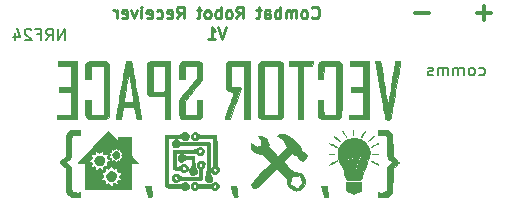
<source format=gbr>
G04 #@! TF.GenerationSoftware,KiCad,Pcbnew,5.1.2*
G04 #@! TF.CreationDate,2019-11-12T19:34:36-05:00*
G04 #@! TF.ProjectId,VS_robot_receiver,56535f72-6f62-46f7-945f-726563656976,rev?*
G04 #@! TF.SameCoordinates,Original*
G04 #@! TF.FileFunction,Legend,Bot*
G04 #@! TF.FilePolarity,Positive*
%FSLAX46Y46*%
G04 Gerber Fmt 4.6, Leading zero omitted, Abs format (unit mm)*
G04 Created by KiCad (PCBNEW 5.1.2) date 2019-11-12 19:34:36*
%MOMM*%
%LPD*%
G04 APERTURE LIST*
%ADD10C,0.250000*%
%ADD11C,0.300000*%
%ADD12C,0.010000*%
%ADD13C,0.150000*%
G04 APERTURE END LIST*
D10*
X159047619Y-94482142D02*
X159095238Y-94529761D01*
X159238095Y-94577380D01*
X159333333Y-94577380D01*
X159476190Y-94529761D01*
X159571428Y-94434523D01*
X159619047Y-94339285D01*
X159666666Y-94148809D01*
X159666666Y-94005952D01*
X159619047Y-93815476D01*
X159571428Y-93720238D01*
X159476190Y-93625000D01*
X159333333Y-93577380D01*
X159238095Y-93577380D01*
X159095238Y-93625000D01*
X159047619Y-93672619D01*
X158476190Y-94577380D02*
X158571428Y-94529761D01*
X158619047Y-94482142D01*
X158666666Y-94386904D01*
X158666666Y-94101190D01*
X158619047Y-94005952D01*
X158571428Y-93958333D01*
X158476190Y-93910714D01*
X158333333Y-93910714D01*
X158238095Y-93958333D01*
X158190476Y-94005952D01*
X158142857Y-94101190D01*
X158142857Y-94386904D01*
X158190476Y-94482142D01*
X158238095Y-94529761D01*
X158333333Y-94577380D01*
X158476190Y-94577380D01*
X157714285Y-94577380D02*
X157714285Y-93910714D01*
X157714285Y-94005952D02*
X157666666Y-93958333D01*
X157571428Y-93910714D01*
X157428571Y-93910714D01*
X157333333Y-93958333D01*
X157285714Y-94053571D01*
X157285714Y-94577380D01*
X157285714Y-94053571D02*
X157238095Y-93958333D01*
X157142857Y-93910714D01*
X157000000Y-93910714D01*
X156904761Y-93958333D01*
X156857142Y-94053571D01*
X156857142Y-94577380D01*
X156380952Y-94577380D02*
X156380952Y-93577380D01*
X156380952Y-93958333D02*
X156285714Y-93910714D01*
X156095238Y-93910714D01*
X156000000Y-93958333D01*
X155952380Y-94005952D01*
X155904761Y-94101190D01*
X155904761Y-94386904D01*
X155952380Y-94482142D01*
X156000000Y-94529761D01*
X156095238Y-94577380D01*
X156285714Y-94577380D01*
X156380952Y-94529761D01*
X155047619Y-94577380D02*
X155047619Y-94053571D01*
X155095238Y-93958333D01*
X155190476Y-93910714D01*
X155380952Y-93910714D01*
X155476190Y-93958333D01*
X155047619Y-94529761D02*
X155142857Y-94577380D01*
X155380952Y-94577380D01*
X155476190Y-94529761D01*
X155523809Y-94434523D01*
X155523809Y-94339285D01*
X155476190Y-94244047D01*
X155380952Y-94196428D01*
X155142857Y-94196428D01*
X155047619Y-94148809D01*
X154714285Y-93910714D02*
X154333333Y-93910714D01*
X154571428Y-93577380D02*
X154571428Y-94434523D01*
X154523809Y-94529761D01*
X154428571Y-94577380D01*
X154333333Y-94577380D01*
X152666666Y-94577380D02*
X153000000Y-94101190D01*
X153238095Y-94577380D02*
X153238095Y-93577380D01*
X152857142Y-93577380D01*
X152761904Y-93625000D01*
X152714285Y-93672619D01*
X152666666Y-93767857D01*
X152666666Y-93910714D01*
X152714285Y-94005952D01*
X152761904Y-94053571D01*
X152857142Y-94101190D01*
X153238095Y-94101190D01*
X152095238Y-94577380D02*
X152190476Y-94529761D01*
X152238095Y-94482142D01*
X152285714Y-94386904D01*
X152285714Y-94101190D01*
X152238095Y-94005952D01*
X152190476Y-93958333D01*
X152095238Y-93910714D01*
X151952380Y-93910714D01*
X151857142Y-93958333D01*
X151809523Y-94005952D01*
X151761904Y-94101190D01*
X151761904Y-94386904D01*
X151809523Y-94482142D01*
X151857142Y-94529761D01*
X151952380Y-94577380D01*
X152095238Y-94577380D01*
X151333333Y-94577380D02*
X151333333Y-93577380D01*
X151333333Y-93958333D02*
X151238095Y-93910714D01*
X151047619Y-93910714D01*
X150952380Y-93958333D01*
X150904761Y-94005952D01*
X150857142Y-94101190D01*
X150857142Y-94386904D01*
X150904761Y-94482142D01*
X150952380Y-94529761D01*
X151047619Y-94577380D01*
X151238095Y-94577380D01*
X151333333Y-94529761D01*
X150285714Y-94577380D02*
X150380952Y-94529761D01*
X150428571Y-94482142D01*
X150476190Y-94386904D01*
X150476190Y-94101190D01*
X150428571Y-94005952D01*
X150380952Y-93958333D01*
X150285714Y-93910714D01*
X150142857Y-93910714D01*
X150047619Y-93958333D01*
X150000000Y-94005952D01*
X149952380Y-94101190D01*
X149952380Y-94386904D01*
X150000000Y-94482142D01*
X150047619Y-94529761D01*
X150142857Y-94577380D01*
X150285714Y-94577380D01*
X149666666Y-93910714D02*
X149285714Y-93910714D01*
X149523809Y-93577380D02*
X149523809Y-94434523D01*
X149476190Y-94529761D01*
X149380952Y-94577380D01*
X149285714Y-94577380D01*
X147619047Y-94577380D02*
X147952380Y-94101190D01*
X148190476Y-94577380D02*
X148190476Y-93577380D01*
X147809523Y-93577380D01*
X147714285Y-93625000D01*
X147666666Y-93672619D01*
X147619047Y-93767857D01*
X147619047Y-93910714D01*
X147666666Y-94005952D01*
X147714285Y-94053571D01*
X147809523Y-94101190D01*
X148190476Y-94101190D01*
X146809523Y-94529761D02*
X146904761Y-94577380D01*
X147095238Y-94577380D01*
X147190476Y-94529761D01*
X147238095Y-94434523D01*
X147238095Y-94053571D01*
X147190476Y-93958333D01*
X147095238Y-93910714D01*
X146904761Y-93910714D01*
X146809523Y-93958333D01*
X146761904Y-94053571D01*
X146761904Y-94148809D01*
X147238095Y-94244047D01*
X145904761Y-94529761D02*
X146000000Y-94577380D01*
X146190476Y-94577380D01*
X146285714Y-94529761D01*
X146333333Y-94482142D01*
X146380952Y-94386904D01*
X146380952Y-94101190D01*
X146333333Y-94005952D01*
X146285714Y-93958333D01*
X146190476Y-93910714D01*
X146000000Y-93910714D01*
X145904761Y-93958333D01*
X145095238Y-94529761D02*
X145190476Y-94577380D01*
X145380952Y-94577380D01*
X145476190Y-94529761D01*
X145523809Y-94434523D01*
X145523809Y-94053571D01*
X145476190Y-93958333D01*
X145380952Y-93910714D01*
X145190476Y-93910714D01*
X145095238Y-93958333D01*
X145047619Y-94053571D01*
X145047619Y-94148809D01*
X145523809Y-94244047D01*
X144619047Y-94577380D02*
X144619047Y-93910714D01*
X144619047Y-93577380D02*
X144666666Y-93625000D01*
X144619047Y-93672619D01*
X144571428Y-93625000D01*
X144619047Y-93577380D01*
X144619047Y-93672619D01*
X144238095Y-93910714D02*
X144000000Y-94577380D01*
X143761904Y-93910714D01*
X143000000Y-94529761D02*
X143095238Y-94577380D01*
X143285714Y-94577380D01*
X143380952Y-94529761D01*
X143428571Y-94434523D01*
X143428571Y-94053571D01*
X143380952Y-93958333D01*
X143285714Y-93910714D01*
X143095238Y-93910714D01*
X143000000Y-93958333D01*
X142952380Y-94053571D01*
X142952380Y-94148809D01*
X143428571Y-94244047D01*
X142523809Y-94577380D02*
X142523809Y-93910714D01*
X142523809Y-94101190D02*
X142476190Y-94005952D01*
X142428571Y-93958333D01*
X142333333Y-93910714D01*
X142238095Y-93910714D01*
X151809523Y-95327380D02*
X151476190Y-96327380D01*
X151142857Y-95327380D01*
X150285714Y-96327380D02*
X150857142Y-96327380D01*
X150571428Y-96327380D02*
X150571428Y-95327380D01*
X150666666Y-95470238D01*
X150761904Y-95565476D01*
X150857142Y-95613095D01*
D11*
X167785714Y-94107142D02*
X168928571Y-94107142D01*
X173071428Y-94107142D02*
X174214285Y-94107142D01*
X173642857Y-94678571D02*
X173642857Y-93535714D01*
D12*
G36*
X142303196Y-105858493D02*
G01*
X142201082Y-105956286D01*
X142142571Y-106088682D01*
X142136334Y-106148073D01*
X142172297Y-106273044D01*
X142262269Y-106382170D01*
X142379372Y-106447582D01*
X142432667Y-106455334D01*
X142515571Y-106430313D01*
X142614519Y-106369886D01*
X142617458Y-106367594D01*
X142703731Y-106254332D01*
X142725139Y-106120656D01*
X142689626Y-105989365D01*
X142605139Y-105883256D01*
X142479621Y-105825126D01*
X142426735Y-105820334D01*
X142303196Y-105858493D01*
X142303196Y-105858493D01*
G37*
X142303196Y-105858493D02*
X142201082Y-105956286D01*
X142142571Y-106088682D01*
X142136334Y-106148073D01*
X142172297Y-106273044D01*
X142262269Y-106382170D01*
X142379372Y-106447582D01*
X142432667Y-106455334D01*
X142515571Y-106430313D01*
X142614519Y-106369886D01*
X142617458Y-106367594D01*
X142703731Y-106254332D01*
X142725139Y-106120656D01*
X142689626Y-105989365D01*
X142605139Y-105883256D01*
X142479621Y-105825126D01*
X142426735Y-105820334D01*
X142303196Y-105858493D01*
G36*
X140878114Y-106225021D02*
G01*
X140760298Y-106303521D01*
X140658631Y-106454219D01*
X140628744Y-106614475D01*
X140661768Y-106768063D01*
X140748837Y-106898758D01*
X140881084Y-106990335D01*
X141049642Y-107026569D01*
X141150639Y-107017791D01*
X141268537Y-106958220D01*
X141372685Y-106842820D01*
X141442172Y-106700129D01*
X141459000Y-106596996D01*
X141422281Y-106437322D01*
X141325607Y-106311793D01*
X141189204Y-106228902D01*
X141033297Y-106197147D01*
X140878114Y-106225021D01*
X140878114Y-106225021D01*
G37*
X140878114Y-106225021D02*
X140760298Y-106303521D01*
X140658631Y-106454219D01*
X140628744Y-106614475D01*
X140661768Y-106768063D01*
X140748837Y-106898758D01*
X140881084Y-106990335D01*
X141049642Y-107026569D01*
X141150639Y-107017791D01*
X141268537Y-106958220D01*
X141372685Y-106842820D01*
X141442172Y-106700129D01*
X141459000Y-106596996D01*
X141422281Y-106437322D01*
X141325607Y-106311793D01*
X141189204Y-106228902D01*
X141033297Y-106197147D01*
X140878114Y-106225021D01*
G36*
X141930388Y-107541783D02*
G01*
X141785279Y-107645042D01*
X141766910Y-107662957D01*
X141676791Y-107762193D01*
X141638350Y-107841275D01*
X141637886Y-107933846D01*
X141642830Y-107967598D01*
X141705323Y-108134180D01*
X141820416Y-108260418D01*
X141968442Y-108333960D01*
X142129739Y-108342452D01*
X142204570Y-108320446D01*
X142317146Y-108241409D01*
X142413659Y-108121592D01*
X142469532Y-107994629D01*
X142475000Y-107950356D01*
X142441374Y-107791698D01*
X142354251Y-107650223D01*
X142243350Y-107564242D01*
X142076640Y-107516184D01*
X141930388Y-107541783D01*
X141930388Y-107541783D01*
G37*
X141930388Y-107541783D02*
X141785279Y-107645042D01*
X141766910Y-107662957D01*
X141676791Y-107762193D01*
X141638350Y-107841275D01*
X141637886Y-107933846D01*
X141642830Y-107967598D01*
X141705323Y-108134180D01*
X141820416Y-108260418D01*
X141968442Y-108333960D01*
X142129739Y-108342452D01*
X142204570Y-108320446D01*
X142317146Y-108241409D01*
X142413659Y-108121592D01*
X142469532Y-107994629D01*
X142475000Y-107950356D01*
X142441374Y-107791698D01*
X142354251Y-107650223D01*
X142243350Y-107564242D01*
X142076640Y-107516184D01*
X141930388Y-107541783D01*
G36*
X137522000Y-98623667D02*
G01*
X138665000Y-98623667D01*
X138665000Y-100401667D01*
X137606667Y-100401667D01*
X137606667Y-100825000D01*
X138665000Y-100825000D01*
X138665000Y-102730000D01*
X137479667Y-102730000D01*
X137479667Y-103111000D01*
X139130667Y-103111000D01*
X139130667Y-98200334D01*
X137522000Y-98200334D01*
X137522000Y-98623667D01*
X137522000Y-98623667D01*
G37*
X137522000Y-98623667D02*
X138665000Y-98623667D01*
X138665000Y-100401667D01*
X137606667Y-100401667D01*
X137606667Y-100825000D01*
X138665000Y-100825000D01*
X138665000Y-102730000D01*
X137479667Y-102730000D01*
X137479667Y-103111000D01*
X139130667Y-103111000D01*
X139130667Y-98200334D01*
X137522000Y-98200334D01*
X137522000Y-98623667D01*
G36*
X140595609Y-98200737D02*
G01*
X140396115Y-98202992D01*
X140254413Y-98208664D01*
X140157068Y-98219319D01*
X140090642Y-98236523D01*
X140041700Y-98261842D01*
X139996805Y-98296842D01*
X139990278Y-98302432D01*
X139871500Y-98404530D01*
X139871500Y-99703167D01*
X140093750Y-99715962D01*
X140316000Y-99728758D01*
X140316000Y-98623667D01*
X141416667Y-98623667D01*
X141416667Y-102730000D01*
X140316000Y-102730000D01*
X140316000Y-101497909D01*
X140093750Y-101510705D01*
X139871500Y-101523500D01*
X139871500Y-102208102D01*
X139871986Y-102463771D01*
X139874664Y-102648946D01*
X139881366Y-102777800D01*
X139893926Y-102864505D01*
X139914176Y-102923234D01*
X139943948Y-102968159D01*
X139974130Y-103001852D01*
X140076759Y-103111000D01*
X141655909Y-103111000D01*
X141861167Y-102892512D01*
X141861167Y-98404669D01*
X141742390Y-98302501D01*
X141697019Y-98266041D01*
X141649447Y-98239481D01*
X141586239Y-98221253D01*
X141493959Y-98209792D01*
X141359171Y-98203530D01*
X141168438Y-98200901D01*
X140908324Y-98200337D01*
X140866334Y-98200334D01*
X140595609Y-98200737D01*
X140595609Y-98200737D01*
G37*
X140595609Y-98200737D02*
X140396115Y-98202992D01*
X140254413Y-98208664D01*
X140157068Y-98219319D01*
X140090642Y-98236523D01*
X140041700Y-98261842D01*
X139996805Y-98296842D01*
X139990278Y-98302432D01*
X139871500Y-98404530D01*
X139871500Y-99703167D01*
X140093750Y-99715962D01*
X140316000Y-99728758D01*
X140316000Y-98623667D01*
X141416667Y-98623667D01*
X141416667Y-102730000D01*
X140316000Y-102730000D01*
X140316000Y-101497909D01*
X140093750Y-101510705D01*
X139871500Y-101523500D01*
X139871500Y-102208102D01*
X139871986Y-102463771D01*
X139874664Y-102648946D01*
X139881366Y-102777800D01*
X139893926Y-102864505D01*
X139914176Y-102923234D01*
X139943948Y-102968159D01*
X139974130Y-103001852D01*
X140076759Y-103111000D01*
X141655909Y-103111000D01*
X141861167Y-102892512D01*
X141861167Y-98404669D01*
X141742390Y-98302501D01*
X141697019Y-98266041D01*
X141649447Y-98239481D01*
X141586239Y-98221253D01*
X141493959Y-98209792D01*
X141359171Y-98203530D01*
X141168438Y-98200901D01*
X140908324Y-98200337D01*
X140866334Y-98200334D01*
X140595609Y-98200737D01*
G36*
X143397177Y-98164743D02*
G01*
X143319491Y-98181744D01*
X143306324Y-98190910D01*
X143296570Y-98235463D01*
X143273751Y-98354448D01*
X143239464Y-98538908D01*
X143195306Y-98779888D01*
X143142874Y-99068433D01*
X143083764Y-99395586D01*
X143019574Y-99752391D01*
X142951899Y-100129893D01*
X142882338Y-100519136D01*
X142812486Y-100911164D01*
X142743941Y-101297021D01*
X142678300Y-101667751D01*
X142617159Y-102014399D01*
X142562114Y-102328009D01*
X142514764Y-102599624D01*
X142476705Y-102820289D01*
X142449533Y-102981049D01*
X142434845Y-103072946D01*
X142432667Y-103090842D01*
X142470894Y-103102053D01*
X142569181Y-103109372D01*
X142657434Y-103111000D01*
X142882200Y-103111000D01*
X142964384Y-102592417D01*
X143046569Y-102073834D01*
X144017577Y-102073834D01*
X144090215Y-102539500D01*
X144119816Y-102732309D01*
X144144128Y-102896393D01*
X144160329Y-103012343D01*
X144165593Y-103058084D01*
X144207279Y-103093058D01*
X144329017Y-103109509D01*
X144401974Y-103111000D01*
X144534752Y-103108542D01*
X144601416Y-103095598D01*
X144620490Y-103063810D01*
X144613127Y-103015750D01*
X144600533Y-102952220D01*
X144574980Y-102815006D01*
X144538199Y-102613803D01*
X144491923Y-102358311D01*
X144437884Y-102058225D01*
X144377814Y-101723243D01*
X144353822Y-101588997D01*
X143943264Y-101588997D01*
X143917209Y-101610651D01*
X143848510Y-101622840D01*
X143722910Y-101628191D01*
X143538848Y-101629334D01*
X143115324Y-101629334D01*
X143140561Y-101470584D01*
X143217026Y-100994745D01*
X143287925Y-100563721D01*
X143352307Y-100182804D01*
X143409217Y-99857287D01*
X143457703Y-99592462D01*
X143496813Y-99393622D01*
X143525594Y-99266059D01*
X143543092Y-99215066D01*
X143546393Y-99216334D01*
X143559498Y-99273898D01*
X143583567Y-99403355D01*
X143616588Y-99592929D01*
X143656547Y-99830846D01*
X143701432Y-100105332D01*
X143745419Y-100380500D01*
X143792978Y-100678939D01*
X143837222Y-100952305D01*
X143876169Y-101188681D01*
X143907836Y-101376149D01*
X143930238Y-101502793D01*
X143940935Y-101555250D01*
X143943264Y-101588997D01*
X144353822Y-101588997D01*
X144313444Y-101363064D01*
X144246508Y-100987383D01*
X144178736Y-100605898D01*
X144111862Y-100228308D01*
X144047616Y-99864308D01*
X143987732Y-99523596D01*
X143933940Y-99215870D01*
X143915614Y-99110500D01*
X143870953Y-98860329D01*
X143828242Y-98633868D01*
X143790555Y-98446474D01*
X143760969Y-98313505D01*
X143743891Y-98253250D01*
X143702899Y-98191927D01*
X143629448Y-98163992D01*
X143515573Y-98158000D01*
X143397177Y-98164743D01*
X143397177Y-98164743D01*
G37*
X143397177Y-98164743D02*
X143319491Y-98181744D01*
X143306324Y-98190910D01*
X143296570Y-98235463D01*
X143273751Y-98354448D01*
X143239464Y-98538908D01*
X143195306Y-98779888D01*
X143142874Y-99068433D01*
X143083764Y-99395586D01*
X143019574Y-99752391D01*
X142951899Y-100129893D01*
X142882338Y-100519136D01*
X142812486Y-100911164D01*
X142743941Y-101297021D01*
X142678300Y-101667751D01*
X142617159Y-102014399D01*
X142562114Y-102328009D01*
X142514764Y-102599624D01*
X142476705Y-102820289D01*
X142449533Y-102981049D01*
X142434845Y-103072946D01*
X142432667Y-103090842D01*
X142470894Y-103102053D01*
X142569181Y-103109372D01*
X142657434Y-103111000D01*
X142882200Y-103111000D01*
X142964384Y-102592417D01*
X143046569Y-102073834D01*
X144017577Y-102073834D01*
X144090215Y-102539500D01*
X144119816Y-102732309D01*
X144144128Y-102896393D01*
X144160329Y-103012343D01*
X144165593Y-103058084D01*
X144207279Y-103093058D01*
X144329017Y-103109509D01*
X144401974Y-103111000D01*
X144534752Y-103108542D01*
X144601416Y-103095598D01*
X144620490Y-103063810D01*
X144613127Y-103015750D01*
X144600533Y-102952220D01*
X144574980Y-102815006D01*
X144538199Y-102613803D01*
X144491923Y-102358311D01*
X144437884Y-102058225D01*
X144377814Y-101723243D01*
X144353822Y-101588997D01*
X143943264Y-101588997D01*
X143917209Y-101610651D01*
X143848510Y-101622840D01*
X143722910Y-101628191D01*
X143538848Y-101629334D01*
X143115324Y-101629334D01*
X143140561Y-101470584D01*
X143217026Y-100994745D01*
X143287925Y-100563721D01*
X143352307Y-100182804D01*
X143409217Y-99857287D01*
X143457703Y-99592462D01*
X143496813Y-99393622D01*
X143525594Y-99266059D01*
X143543092Y-99215066D01*
X143546393Y-99216334D01*
X143559498Y-99273898D01*
X143583567Y-99403355D01*
X143616588Y-99592929D01*
X143656547Y-99830846D01*
X143701432Y-100105332D01*
X143745419Y-100380500D01*
X143792978Y-100678939D01*
X143837222Y-100952305D01*
X143876169Y-101188681D01*
X143907836Y-101376149D01*
X143930238Y-101502793D01*
X143940935Y-101555250D01*
X143943264Y-101588997D01*
X144353822Y-101588997D01*
X144313444Y-101363064D01*
X144246508Y-100987383D01*
X144178736Y-100605898D01*
X144111862Y-100228308D01*
X144047616Y-99864308D01*
X143987732Y-99523596D01*
X143933940Y-99215870D01*
X143915614Y-99110500D01*
X143870953Y-98860329D01*
X143828242Y-98633868D01*
X143790555Y-98446474D01*
X143760969Y-98313505D01*
X143743891Y-98253250D01*
X143702899Y-98191927D01*
X143629448Y-98163992D01*
X143515573Y-98158000D01*
X143397177Y-98164743D01*
G36*
X145885144Y-98200564D02*
G01*
X145665632Y-98202117D01*
X145506628Y-98206280D01*
X145396052Y-98214342D01*
X145321826Y-98227593D01*
X145271868Y-98247322D01*
X145234100Y-98274818D01*
X145203576Y-98304243D01*
X145099667Y-98408152D01*
X145099667Y-100955849D01*
X145203576Y-101059758D01*
X145246095Y-101099127D01*
X145291768Y-101127041D01*
X145355021Y-101145469D01*
X145450284Y-101156377D01*
X145591984Y-101161734D01*
X145794549Y-101163505D01*
X145965576Y-101163667D01*
X146623667Y-101163667D01*
X146623667Y-103111000D01*
X147047000Y-103111000D01*
X147047000Y-98623667D01*
X146623667Y-98623667D01*
X146623667Y-99674945D01*
X146622575Y-99965138D01*
X146619505Y-100226907D01*
X146614764Y-100448468D01*
X146608661Y-100618038D01*
X146601504Y-100723833D01*
X146595445Y-100754445D01*
X146544347Y-100765474D01*
X146426323Y-100774485D01*
X146259107Y-100780530D01*
X146066278Y-100782667D01*
X145565334Y-100782667D01*
X145565334Y-98623667D01*
X146623667Y-98623667D01*
X147047000Y-98623667D01*
X147047000Y-98200334D01*
X146177243Y-98200334D01*
X145885144Y-98200564D01*
X145885144Y-98200564D01*
G37*
X145885144Y-98200564D02*
X145665632Y-98202117D01*
X145506628Y-98206280D01*
X145396052Y-98214342D01*
X145321826Y-98227593D01*
X145271868Y-98247322D01*
X145234100Y-98274818D01*
X145203576Y-98304243D01*
X145099667Y-98408152D01*
X145099667Y-100955849D01*
X145203576Y-101059758D01*
X145246095Y-101099127D01*
X145291768Y-101127041D01*
X145355021Y-101145469D01*
X145450284Y-101156377D01*
X145591984Y-101161734D01*
X145794549Y-101163505D01*
X145965576Y-101163667D01*
X146623667Y-101163667D01*
X146623667Y-103111000D01*
X147047000Y-103111000D01*
X147047000Y-98623667D01*
X146623667Y-98623667D01*
X146623667Y-99674945D01*
X146622575Y-99965138D01*
X146619505Y-100226907D01*
X146614764Y-100448468D01*
X146608661Y-100618038D01*
X146601504Y-100723833D01*
X146595445Y-100754445D01*
X146544347Y-100765474D01*
X146426323Y-100774485D01*
X146259107Y-100780530D01*
X146066278Y-100782667D01*
X145565334Y-100782667D01*
X145565334Y-98623667D01*
X146623667Y-98623667D01*
X147047000Y-98623667D01*
X147047000Y-98200334D01*
X146177243Y-98200334D01*
X145885144Y-98200564D01*
G36*
X147918597Y-98330582D02*
G01*
X147876340Y-98383900D01*
X147846631Y-98436991D01*
X147827262Y-98505214D01*
X147816024Y-98603929D01*
X147810707Y-98748496D01*
X147809101Y-98954273D01*
X147809000Y-99092582D01*
X147809000Y-99724334D01*
X148274667Y-99724334D01*
X148274667Y-98623667D01*
X149333000Y-98623667D01*
X149333000Y-99597702D01*
X148612392Y-100465073D01*
X148417765Y-100701505D01*
X148239920Y-100921675D01*
X148086526Y-101115757D01*
X147965250Y-101273928D01*
X147883762Y-101386363D01*
X147850392Y-101441311D01*
X147835717Y-101521330D01*
X147823331Y-101667825D01*
X147814246Y-101862614D01*
X147809475Y-102087516D01*
X147809000Y-102184525D01*
X147812853Y-102483838D01*
X147825940Y-102709492D01*
X147850552Y-102872210D01*
X147888981Y-102982715D01*
X147943520Y-103051730D01*
X148001397Y-103084703D01*
X148064546Y-103093243D01*
X148197219Y-103100624D01*
X148384277Y-103106362D01*
X148610580Y-103109970D01*
X148821084Y-103111000D01*
X149572242Y-103111000D01*
X149674871Y-103001846D01*
X149713122Y-102957925D01*
X149740454Y-102910991D01*
X149758702Y-102846871D01*
X149769698Y-102751391D01*
X149775273Y-102610380D01*
X149777261Y-102409665D01*
X149777500Y-102208096D01*
X149777500Y-101523500D01*
X149555250Y-101510705D01*
X149333000Y-101497909D01*
X149333000Y-102730000D01*
X148274667Y-102730000D01*
X148274667Y-101564768D01*
X148957426Y-100739801D01*
X149147990Y-100508730D01*
X149323592Y-100294264D01*
X149476008Y-100106567D01*
X149597017Y-99955803D01*
X149678396Y-99852138D01*
X149708843Y-99810862D01*
X149736282Y-99754092D01*
X149755605Y-99671255D01*
X149768066Y-99548570D01*
X149774916Y-99372256D01*
X149777411Y-99128532D01*
X149777500Y-99055780D01*
X149777500Y-98404669D01*
X149658723Y-98302501D01*
X149613309Y-98266011D01*
X149565688Y-98239439D01*
X149502410Y-98221212D01*
X149410022Y-98209759D01*
X149275071Y-98203510D01*
X149084105Y-98200893D01*
X148823672Y-98200336D01*
X148784070Y-98200334D01*
X148028193Y-98200334D01*
X147918597Y-98330582D01*
X147918597Y-98330582D01*
G37*
X147918597Y-98330582D02*
X147876340Y-98383900D01*
X147846631Y-98436991D01*
X147827262Y-98505214D01*
X147816024Y-98603929D01*
X147810707Y-98748496D01*
X147809101Y-98954273D01*
X147809000Y-99092582D01*
X147809000Y-99724334D01*
X148274667Y-99724334D01*
X148274667Y-98623667D01*
X149333000Y-98623667D01*
X149333000Y-99597702D01*
X148612392Y-100465073D01*
X148417765Y-100701505D01*
X148239920Y-100921675D01*
X148086526Y-101115757D01*
X147965250Y-101273928D01*
X147883762Y-101386363D01*
X147850392Y-101441311D01*
X147835717Y-101521330D01*
X147823331Y-101667825D01*
X147814246Y-101862614D01*
X147809475Y-102087516D01*
X147809000Y-102184525D01*
X147812853Y-102483838D01*
X147825940Y-102709492D01*
X147850552Y-102872210D01*
X147888981Y-102982715D01*
X147943520Y-103051730D01*
X148001397Y-103084703D01*
X148064546Y-103093243D01*
X148197219Y-103100624D01*
X148384277Y-103106362D01*
X148610580Y-103109970D01*
X148821084Y-103111000D01*
X149572242Y-103111000D01*
X149674871Y-103001846D01*
X149713122Y-102957925D01*
X149740454Y-102910991D01*
X149758702Y-102846871D01*
X149769698Y-102751391D01*
X149775273Y-102610380D01*
X149777261Y-102409665D01*
X149777500Y-102208096D01*
X149777500Y-101523500D01*
X149555250Y-101510705D01*
X149333000Y-101497909D01*
X149333000Y-102730000D01*
X148274667Y-102730000D01*
X148274667Y-101564768D01*
X148957426Y-100739801D01*
X149147990Y-100508730D01*
X149323592Y-100294264D01*
X149476008Y-100106567D01*
X149597017Y-99955803D01*
X149678396Y-99852138D01*
X149708843Y-99810862D01*
X149736282Y-99754092D01*
X149755605Y-99671255D01*
X149768066Y-99548570D01*
X149774916Y-99372256D01*
X149777411Y-99128532D01*
X149777500Y-99055780D01*
X149777500Y-98404669D01*
X149658723Y-98302501D01*
X149613309Y-98266011D01*
X149565688Y-98239439D01*
X149502410Y-98221212D01*
X149410022Y-98209759D01*
X149275071Y-98203510D01*
X149084105Y-98200893D01*
X148823672Y-98200336D01*
X148784070Y-98200334D01*
X148028193Y-98200334D01*
X147918597Y-98330582D01*
G36*
X152565938Y-98200534D02*
G01*
X152338903Y-98201936D01*
X152173072Y-98205739D01*
X152056713Y-98213143D01*
X151978097Y-98225348D01*
X151925492Y-98243553D01*
X151887167Y-98268958D01*
X151851389Y-98302763D01*
X151849910Y-98304243D01*
X151746000Y-98408152D01*
X151746000Y-99466049D01*
X151746187Y-99792246D01*
X151747360Y-100044637D01*
X151750439Y-100234083D01*
X151756346Y-100371445D01*
X151766000Y-100467583D01*
X151780322Y-100533358D01*
X151800232Y-100579631D01*
X151826651Y-100617264D01*
X151845448Y-100639560D01*
X151917727Y-100707749D01*
X152005586Y-100747084D01*
X152138088Y-100768424D01*
X152205281Y-100774008D01*
X152341056Y-100786015D01*
X152435257Y-100798524D01*
X152465667Y-100807643D01*
X152452009Y-100849759D01*
X152413432Y-100961387D01*
X152353528Y-101132317D01*
X152275891Y-101352339D01*
X152184116Y-101611244D01*
X152081797Y-101898824D01*
X152063500Y-101950143D01*
X151959703Y-102241831D01*
X151865844Y-102506812D01*
X151785521Y-102734830D01*
X151722330Y-102915630D01*
X151679870Y-103038958D01*
X151661738Y-103094560D01*
X151661334Y-103096533D01*
X151699598Y-103104619D01*
X151798532Y-103106142D01*
X151899899Y-103102529D01*
X152138464Y-103089834D01*
X152574954Y-101841000D01*
X152683039Y-101528991D01*
X152781528Y-101239369D01*
X152866979Y-100982672D01*
X152935952Y-100769443D01*
X152985006Y-100610221D01*
X153010700Y-100515546D01*
X153013722Y-100496917D01*
X153010719Y-100452768D01*
X152988657Y-100424918D01*
X152931796Y-100409620D01*
X152824399Y-100403123D01*
X152650727Y-100401679D01*
X152613834Y-100401667D01*
X152211667Y-100401667D01*
X152211667Y-98623667D01*
X153312334Y-98623667D01*
X153312334Y-103111000D01*
X153778000Y-103111000D01*
X153778000Y-98200334D01*
X152865910Y-98200334D01*
X152565938Y-98200534D01*
X152565938Y-98200534D01*
G37*
X152565938Y-98200534D02*
X152338903Y-98201936D01*
X152173072Y-98205739D01*
X152056713Y-98213143D01*
X151978097Y-98225348D01*
X151925492Y-98243553D01*
X151887167Y-98268958D01*
X151851389Y-98302763D01*
X151849910Y-98304243D01*
X151746000Y-98408152D01*
X151746000Y-99466049D01*
X151746187Y-99792246D01*
X151747360Y-100044637D01*
X151750439Y-100234083D01*
X151756346Y-100371445D01*
X151766000Y-100467583D01*
X151780322Y-100533358D01*
X151800232Y-100579631D01*
X151826651Y-100617264D01*
X151845448Y-100639560D01*
X151917727Y-100707749D01*
X152005586Y-100747084D01*
X152138088Y-100768424D01*
X152205281Y-100774008D01*
X152341056Y-100786015D01*
X152435257Y-100798524D01*
X152465667Y-100807643D01*
X152452009Y-100849759D01*
X152413432Y-100961387D01*
X152353528Y-101132317D01*
X152275891Y-101352339D01*
X152184116Y-101611244D01*
X152081797Y-101898824D01*
X152063500Y-101950143D01*
X151959703Y-102241831D01*
X151865844Y-102506812D01*
X151785521Y-102734830D01*
X151722330Y-102915630D01*
X151679870Y-103038958D01*
X151661738Y-103094560D01*
X151661334Y-103096533D01*
X151699598Y-103104619D01*
X151798532Y-103106142D01*
X151899899Y-103102529D01*
X152138464Y-103089834D01*
X152574954Y-101841000D01*
X152683039Y-101528991D01*
X152781528Y-101239369D01*
X152866979Y-100982672D01*
X152935952Y-100769443D01*
X152985006Y-100610221D01*
X153010700Y-100515546D01*
X153013722Y-100496917D01*
X153010719Y-100452768D01*
X152988657Y-100424918D01*
X152931796Y-100409620D01*
X152824399Y-100403123D01*
X152650727Y-100401679D01*
X152613834Y-100401667D01*
X152211667Y-100401667D01*
X152211667Y-98623667D01*
X153312334Y-98623667D01*
X153312334Y-103111000D01*
X153778000Y-103111000D01*
X153778000Y-98200334D01*
X152865910Y-98200334D01*
X152565938Y-98200534D01*
G36*
X155297510Y-98200655D02*
G01*
X155085526Y-98202535D01*
X154932790Y-98207350D01*
X154826595Y-98216476D01*
X154754232Y-98231288D01*
X154702991Y-98253162D01*
X154660164Y-98283474D01*
X154637611Y-98302501D01*
X154518834Y-98404669D01*
X154518834Y-102892512D01*
X154724092Y-103111000D01*
X155565304Y-103111000D01*
X155851995Y-103110746D01*
X156066351Y-103109079D01*
X156220706Y-103104643D01*
X156327390Y-103096083D01*
X156398736Y-103082043D01*
X156447077Y-103061167D01*
X156484744Y-103032100D01*
X156510425Y-103007091D01*
X156614334Y-102903182D01*
X156614334Y-98623667D01*
X156148667Y-98623667D01*
X156148667Y-102730000D01*
X154963334Y-102730000D01*
X154963334Y-98623667D01*
X156148667Y-98623667D01*
X156614334Y-98623667D01*
X156614334Y-98408152D01*
X156510425Y-98304243D01*
X156472608Y-98268560D01*
X156432407Y-98242154D01*
X156377339Y-98223627D01*
X156294923Y-98211584D01*
X156172676Y-98204629D01*
X155998117Y-98201364D01*
X155758762Y-98200394D01*
X155581452Y-98200334D01*
X155297510Y-98200655D01*
X155297510Y-98200655D01*
G37*
X155297510Y-98200655D02*
X155085526Y-98202535D01*
X154932790Y-98207350D01*
X154826595Y-98216476D01*
X154754232Y-98231288D01*
X154702991Y-98253162D01*
X154660164Y-98283474D01*
X154637611Y-98302501D01*
X154518834Y-98404669D01*
X154518834Y-102892512D01*
X154724092Y-103111000D01*
X155565304Y-103111000D01*
X155851995Y-103110746D01*
X156066351Y-103109079D01*
X156220706Y-103104643D01*
X156327390Y-103096083D01*
X156398736Y-103082043D01*
X156447077Y-103061167D01*
X156484744Y-103032100D01*
X156510425Y-103007091D01*
X156614334Y-102903182D01*
X156614334Y-98623667D01*
X156148667Y-98623667D01*
X156148667Y-102730000D01*
X154963334Y-102730000D01*
X154963334Y-98623667D01*
X156148667Y-98623667D01*
X156614334Y-98623667D01*
X156614334Y-98408152D01*
X156510425Y-98304243D01*
X156472608Y-98268560D01*
X156432407Y-98242154D01*
X156377339Y-98223627D01*
X156294923Y-98211584D01*
X156172676Y-98204629D01*
X155998117Y-98201364D01*
X155758762Y-98200394D01*
X155581452Y-98200334D01*
X155297510Y-98200655D01*
G36*
X157122334Y-98623667D02*
G01*
X157842000Y-98623667D01*
X157842000Y-103111000D01*
X158307667Y-103111000D01*
X158307667Y-98626844D01*
X158699250Y-98614672D01*
X159090834Y-98602500D01*
X159103737Y-98401417D01*
X159116639Y-98200334D01*
X157122334Y-98200334D01*
X157122334Y-98623667D01*
X157122334Y-98623667D01*
G37*
X157122334Y-98623667D02*
X157842000Y-98623667D01*
X157842000Y-103111000D01*
X158307667Y-103111000D01*
X158307667Y-98626844D01*
X158699250Y-98614672D01*
X159090834Y-98602500D01*
X159103737Y-98401417D01*
X159116639Y-98200334D01*
X157122334Y-98200334D01*
X157122334Y-98623667D01*
G36*
X160291745Y-98200647D02*
G01*
X160088427Y-98202597D01*
X159943941Y-98207701D01*
X159845371Y-98217475D01*
X159779800Y-98233434D01*
X159734312Y-98257096D01*
X159695988Y-98289976D01*
X159681576Y-98304243D01*
X159642265Y-98346687D01*
X159614371Y-98392272D01*
X159595939Y-98455393D01*
X159585011Y-98550447D01*
X159579629Y-98691830D01*
X159577836Y-98893937D01*
X159577667Y-99068455D01*
X159577667Y-99728758D01*
X159799917Y-99715962D01*
X160022167Y-99703167D01*
X160045863Y-98623667D01*
X161101667Y-98623667D01*
X161101667Y-102730000D01*
X160045658Y-102730000D01*
X160033913Y-102126750D01*
X160022167Y-101523500D01*
X159799917Y-101510705D01*
X159577667Y-101497909D01*
X159577667Y-102212409D01*
X159576858Y-102499833D01*
X159581169Y-102718648D01*
X159600702Y-102878118D01*
X159645562Y-102987507D01*
X159725853Y-103056079D01*
X159851679Y-103093100D01*
X160033146Y-103107833D01*
X160280355Y-103109543D01*
X160554062Y-103107658D01*
X160805189Y-103105465D01*
X161028697Y-103101400D01*
X161210143Y-103095898D01*
X161335089Y-103089390D01*
X161388308Y-103082667D01*
X161444354Y-103032236D01*
X161504157Y-102941038D01*
X161504725Y-102939944D01*
X161518999Y-102901593D01*
X161530995Y-102841829D01*
X161540901Y-102753817D01*
X161548901Y-102630719D01*
X161555182Y-102465696D01*
X161559930Y-102251913D01*
X161563332Y-101982530D01*
X161565572Y-101650712D01*
X161566838Y-101249621D01*
X161567316Y-100772418D01*
X161567334Y-100639850D01*
X161567334Y-98460830D01*
X161457737Y-98330582D01*
X161348141Y-98200334D01*
X160566813Y-98200334D01*
X160291745Y-98200647D01*
X160291745Y-98200647D01*
G37*
X160291745Y-98200647D02*
X160088427Y-98202597D01*
X159943941Y-98207701D01*
X159845371Y-98217475D01*
X159779800Y-98233434D01*
X159734312Y-98257096D01*
X159695988Y-98289976D01*
X159681576Y-98304243D01*
X159642265Y-98346687D01*
X159614371Y-98392272D01*
X159595939Y-98455393D01*
X159585011Y-98550447D01*
X159579629Y-98691830D01*
X159577836Y-98893937D01*
X159577667Y-99068455D01*
X159577667Y-99728758D01*
X159799917Y-99715962D01*
X160022167Y-99703167D01*
X160045863Y-98623667D01*
X161101667Y-98623667D01*
X161101667Y-102730000D01*
X160045658Y-102730000D01*
X160033913Y-102126750D01*
X160022167Y-101523500D01*
X159799917Y-101510705D01*
X159577667Y-101497909D01*
X159577667Y-102212409D01*
X159576858Y-102499833D01*
X159581169Y-102718648D01*
X159600702Y-102878118D01*
X159645562Y-102987507D01*
X159725853Y-103056079D01*
X159851679Y-103093100D01*
X160033146Y-103107833D01*
X160280355Y-103109543D01*
X160554062Y-103107658D01*
X160805189Y-103105465D01*
X161028697Y-103101400D01*
X161210143Y-103095898D01*
X161335089Y-103089390D01*
X161388308Y-103082667D01*
X161444354Y-103032236D01*
X161504157Y-102941038D01*
X161504725Y-102939944D01*
X161518999Y-102901593D01*
X161530995Y-102841829D01*
X161540901Y-102753817D01*
X161548901Y-102630719D01*
X161555182Y-102465696D01*
X161559930Y-102251913D01*
X161563332Y-101982530D01*
X161565572Y-101650712D01*
X161566838Y-101249621D01*
X161567316Y-100772418D01*
X161567334Y-100639850D01*
X161567334Y-98460830D01*
X161457737Y-98330582D01*
X161348141Y-98200334D01*
X160566813Y-98200334D01*
X160291745Y-98200647D01*
G36*
X162244667Y-98623667D02*
G01*
X163387667Y-98623667D01*
X163387667Y-100401667D01*
X162329334Y-100401667D01*
X162329334Y-100825000D01*
X163387667Y-100825000D01*
X163387667Y-102730000D01*
X162202334Y-102730000D01*
X162202334Y-103111000D01*
X163853334Y-103111000D01*
X163853334Y-98200334D01*
X162244667Y-98200334D01*
X162244667Y-98623667D01*
X162244667Y-98623667D01*
G37*
X162244667Y-98623667D02*
X163387667Y-98623667D01*
X163387667Y-100401667D01*
X162329334Y-100401667D01*
X162329334Y-100825000D01*
X163387667Y-100825000D01*
X163387667Y-102730000D01*
X162202334Y-102730000D01*
X162202334Y-103111000D01*
X163853334Y-103111000D01*
X163853334Y-98200334D01*
X162244667Y-98200334D01*
X162244667Y-98623667D01*
G36*
X166201950Y-98204347D02*
G01*
X166128470Y-98222071D01*
X166094173Y-98262029D01*
X166084029Y-98295583D01*
X166073116Y-98356264D01*
X166050776Y-98491684D01*
X166018423Y-98692894D01*
X165977473Y-98950945D01*
X165929341Y-99256890D01*
X165875442Y-99601779D01*
X165817190Y-99976665D01*
X165772671Y-100264527D01*
X165712848Y-100650081D01*
X165656788Y-101007492D01*
X165605818Y-101328576D01*
X165561267Y-101605152D01*
X165524460Y-101829037D01*
X165496726Y-101992048D01*
X165479393Y-102086004D01*
X165473927Y-102106027D01*
X165465659Y-102058848D01*
X165445746Y-101936446D01*
X165415520Y-101747262D01*
X165376315Y-101499737D01*
X165329466Y-101202315D01*
X165276305Y-100863437D01*
X165218166Y-100491544D01*
X165164793Y-100149126D01*
X165103374Y-99756195D01*
X165045577Y-99389604D01*
X164992753Y-99057693D01*
X164946252Y-98768804D01*
X164907426Y-98531278D01*
X164877625Y-98353455D01*
X164858200Y-98243678D01*
X164850779Y-98210001D01*
X164803927Y-98204069D01*
X164700510Y-98204974D01*
X164628147Y-98208542D01*
X164419932Y-98221500D01*
X164835593Y-100634500D01*
X164911914Y-101076549D01*
X164984363Y-101494239D01*
X165051607Y-101880009D01*
X165112312Y-102226296D01*
X165165144Y-102525537D01*
X165208769Y-102770171D01*
X165241852Y-102952636D01*
X165263060Y-103065369D01*
X165270632Y-103100417D01*
X165320349Y-103130961D01*
X165420678Y-103149040D01*
X165538298Y-103153312D01*
X165639888Y-103142440D01*
X165690933Y-103117312D01*
X165702004Y-103070034D01*
X165725907Y-102946857D01*
X165761293Y-102755353D01*
X165806815Y-102503093D01*
X165861122Y-102197650D01*
X165922868Y-101846596D01*
X165990703Y-101457501D01*
X166063278Y-101037939D01*
X166118798Y-100714896D01*
X166194120Y-100276385D01*
X166265666Y-99861652D01*
X166332082Y-99478429D01*
X166392014Y-99134449D01*
X166444107Y-98837442D01*
X166487005Y-98595142D01*
X166519355Y-98415280D01*
X166539801Y-98305590D01*
X166546387Y-98274417D01*
X166548279Y-98231634D01*
X166509552Y-98209259D01*
X166412626Y-98201062D01*
X166337276Y-98200334D01*
X166201950Y-98204347D01*
X166201950Y-98204347D01*
G37*
X166201950Y-98204347D02*
X166128470Y-98222071D01*
X166094173Y-98262029D01*
X166084029Y-98295583D01*
X166073116Y-98356264D01*
X166050776Y-98491684D01*
X166018423Y-98692894D01*
X165977473Y-98950945D01*
X165929341Y-99256890D01*
X165875442Y-99601779D01*
X165817190Y-99976665D01*
X165772671Y-100264527D01*
X165712848Y-100650081D01*
X165656788Y-101007492D01*
X165605818Y-101328576D01*
X165561267Y-101605152D01*
X165524460Y-101829037D01*
X165496726Y-101992048D01*
X165479393Y-102086004D01*
X165473927Y-102106027D01*
X165465659Y-102058848D01*
X165445746Y-101936446D01*
X165415520Y-101747262D01*
X165376315Y-101499737D01*
X165329466Y-101202315D01*
X165276305Y-100863437D01*
X165218166Y-100491544D01*
X165164793Y-100149126D01*
X165103374Y-99756195D01*
X165045577Y-99389604D01*
X164992753Y-99057693D01*
X164946252Y-98768804D01*
X164907426Y-98531278D01*
X164877625Y-98353455D01*
X164858200Y-98243678D01*
X164850779Y-98210001D01*
X164803927Y-98204069D01*
X164700510Y-98204974D01*
X164628147Y-98208542D01*
X164419932Y-98221500D01*
X164835593Y-100634500D01*
X164911914Y-101076549D01*
X164984363Y-101494239D01*
X165051607Y-101880009D01*
X165112312Y-102226296D01*
X165165144Y-102525537D01*
X165208769Y-102770171D01*
X165241852Y-102952636D01*
X165263060Y-103065369D01*
X165270632Y-103100417D01*
X165320349Y-103130961D01*
X165420678Y-103149040D01*
X165538298Y-103153312D01*
X165639888Y-103142440D01*
X165690933Y-103117312D01*
X165702004Y-103070034D01*
X165725907Y-102946857D01*
X165761293Y-102755353D01*
X165806815Y-102503093D01*
X165861122Y-102197650D01*
X165922868Y-101846596D01*
X165990703Y-101457501D01*
X166063278Y-101037939D01*
X166118798Y-100714896D01*
X166194120Y-100276385D01*
X166265666Y-99861652D01*
X166332082Y-99478429D01*
X166392014Y-99134449D01*
X166444107Y-98837442D01*
X166487005Y-98595142D01*
X166519355Y-98415280D01*
X166539801Y-98305590D01*
X166546387Y-98274417D01*
X166548279Y-98231634D01*
X166509552Y-98209259D01*
X166412626Y-98201062D01*
X166337276Y-98200334D01*
X166201950Y-98204347D01*
G36*
X162554547Y-104078386D02*
G01*
X162552439Y-104096194D01*
X162545665Y-104245692D01*
X162552197Y-104387661D01*
X162552781Y-104392528D01*
X162560765Y-104421706D01*
X162566641Y-104376196D01*
X162569369Y-104265969D01*
X162569443Y-104232834D01*
X162567326Y-104112690D01*
X162562015Y-104058430D01*
X162554547Y-104078386D01*
X162554547Y-104078386D01*
G37*
X162554547Y-104078386D02*
X162552439Y-104096194D01*
X162545665Y-104245692D01*
X162552197Y-104387661D01*
X162552781Y-104392528D01*
X162560765Y-104421706D01*
X162566641Y-104376196D01*
X162569369Y-104265969D01*
X162569443Y-104232834D01*
X162567326Y-104112690D01*
X162562015Y-104058430D01*
X162554547Y-104078386D01*
G36*
X161633628Y-104142141D02*
G01*
X161680432Y-104231330D01*
X161749276Y-104345789D01*
X161826324Y-104463888D01*
X161897739Y-104563993D01*
X161949684Y-104624473D01*
X161963786Y-104633086D01*
X161968752Y-104604227D01*
X161932755Y-104531039D01*
X161924877Y-104518584D01*
X161803247Y-104332304D01*
X161719460Y-104207506D01*
X161666201Y-104134055D01*
X161636153Y-104101813D01*
X161622703Y-104099854D01*
X161633628Y-104142141D01*
X161633628Y-104142141D01*
G37*
X161633628Y-104142141D02*
X161680432Y-104231330D01*
X161749276Y-104345789D01*
X161826324Y-104463888D01*
X161897739Y-104563993D01*
X161949684Y-104624473D01*
X161963786Y-104633086D01*
X161968752Y-104604227D01*
X161932755Y-104531039D01*
X161924877Y-104518584D01*
X161803247Y-104332304D01*
X161719460Y-104207506D01*
X161666201Y-104134055D01*
X161636153Y-104101813D01*
X161622703Y-104099854D01*
X161633628Y-104142141D01*
G36*
X163511575Y-104143588D02*
G01*
X163432230Y-104253004D01*
X163381182Y-104329037D01*
X163299974Y-104458664D01*
X163244822Y-104559363D01*
X163225808Y-104612405D01*
X163226985Y-104615429D01*
X163257523Y-104592909D01*
X163318256Y-104514035D01*
X163396474Y-104395439D01*
X163402420Y-104385845D01*
X163495663Y-104228572D01*
X163544279Y-104134011D01*
X163549254Y-104104803D01*
X163511575Y-104143588D01*
X163511575Y-104143588D01*
G37*
X163511575Y-104143588D02*
X163432230Y-104253004D01*
X163381182Y-104329037D01*
X163299974Y-104458664D01*
X163244822Y-104559363D01*
X163225808Y-104612405D01*
X163226985Y-104615429D01*
X163257523Y-104592909D01*
X163318256Y-104514035D01*
X163396474Y-104395439D01*
X163402420Y-104385845D01*
X163495663Y-104228572D01*
X163544279Y-104134011D01*
X163549254Y-104104803D01*
X163511575Y-104143588D01*
G36*
X160929539Y-104593539D02*
G01*
X161003796Y-104663726D01*
X161115818Y-104757388D01*
X161143546Y-104779374D01*
X161263022Y-104869366D01*
X161351737Y-104928793D01*
X161394098Y-104947426D01*
X161395638Y-104944726D01*
X161364337Y-104903002D01*
X161286814Y-104831169D01*
X161183258Y-104745126D01*
X161073857Y-104660771D01*
X160978799Y-104594004D01*
X160918272Y-104560723D01*
X160907921Y-104560635D01*
X160929539Y-104593539D01*
X160929539Y-104593539D01*
G37*
X160929539Y-104593539D02*
X161003796Y-104663726D01*
X161115818Y-104757388D01*
X161143546Y-104779374D01*
X161263022Y-104869366D01*
X161351737Y-104928793D01*
X161394098Y-104947426D01*
X161395638Y-104944726D01*
X161364337Y-104903002D01*
X161286814Y-104831169D01*
X161183258Y-104745126D01*
X161073857Y-104660771D01*
X160978799Y-104594004D01*
X160918272Y-104560723D01*
X160907921Y-104560635D01*
X160929539Y-104593539D01*
G36*
X164229866Y-104574201D02*
G01*
X164202584Y-104588910D01*
X164138449Y-104633665D01*
X164046375Y-104707705D01*
X163944813Y-104794760D01*
X163852214Y-104878558D01*
X163787029Y-104942830D01*
X163767709Y-104971305D01*
X163768667Y-104971547D01*
X163809660Y-104947827D01*
X163898277Y-104883852D01*
X164016431Y-104792758D01*
X164033250Y-104779422D01*
X164173292Y-104664525D01*
X164254581Y-104589954D01*
X164274359Y-104558811D01*
X164229866Y-104574201D01*
X164229866Y-104574201D01*
G37*
X164229866Y-104574201D02*
X164202584Y-104588910D01*
X164138449Y-104633665D01*
X164046375Y-104707705D01*
X163944813Y-104794760D01*
X163852214Y-104878558D01*
X163787029Y-104942830D01*
X163767709Y-104971305D01*
X163768667Y-104971547D01*
X163809660Y-104947827D01*
X163898277Y-104883852D01*
X164016431Y-104792758D01*
X164033250Y-104779422D01*
X164173292Y-104664525D01*
X164254581Y-104589954D01*
X164274359Y-104558811D01*
X164229866Y-104574201D01*
G36*
X160537756Y-105160774D02*
G01*
X160602181Y-105205156D01*
X160705310Y-105266450D01*
X160828491Y-105334460D01*
X160953073Y-105398991D01*
X161060405Y-105449846D01*
X161131836Y-105476831D01*
X161144000Y-105478759D01*
X161138885Y-105461334D01*
X161071358Y-105414162D01*
X160954476Y-105345871D01*
X160890520Y-105311220D01*
X160740787Y-105234346D01*
X160617937Y-105176047D01*
X160542189Y-105145747D01*
X160530686Y-105143498D01*
X160537756Y-105160774D01*
X160537756Y-105160774D01*
G37*
X160537756Y-105160774D02*
X160602181Y-105205156D01*
X160705310Y-105266450D01*
X160828491Y-105334460D01*
X160953073Y-105398991D01*
X161060405Y-105449846D01*
X161131836Y-105476831D01*
X161144000Y-105478759D01*
X161138885Y-105461334D01*
X161071358Y-105414162D01*
X160954476Y-105345871D01*
X160890520Y-105311220D01*
X160740787Y-105234346D01*
X160617937Y-105176047D01*
X160542189Y-105145747D01*
X160530686Y-105143498D01*
X160537756Y-105160774D01*
G36*
X164593604Y-105161070D02*
G01*
X164492560Y-105206318D01*
X164364832Y-105268459D01*
X164232361Y-105336332D01*
X164117084Y-105398773D01*
X164040942Y-105444620D01*
X164022667Y-105461032D01*
X164036946Y-105478818D01*
X164087251Y-105466970D01*
X164184789Y-105420857D01*
X164340763Y-105335848D01*
X164382500Y-105312334D01*
X164514993Y-105235220D01*
X164608340Y-105176609D01*
X164647487Y-105146123D01*
X164646027Y-105143877D01*
X164593604Y-105161070D01*
X164593604Y-105161070D01*
G37*
X164593604Y-105161070D02*
X164492560Y-105206318D01*
X164364832Y-105268459D01*
X164232361Y-105336332D01*
X164117084Y-105398773D01*
X164040942Y-105444620D01*
X164022667Y-105461032D01*
X164036946Y-105478818D01*
X164087251Y-105466970D01*
X164184789Y-105420857D01*
X164340763Y-105335848D01*
X164382500Y-105312334D01*
X164514993Y-105235220D01*
X164608340Y-105176609D01*
X164647487Y-105146123D01*
X164646027Y-105143877D01*
X164593604Y-105161070D01*
G36*
X160579486Y-106040481D02*
G01*
X160539473Y-106043399D01*
X160499892Y-106050173D01*
X160536327Y-106055498D01*
X160640130Y-106058694D01*
X160741834Y-106059307D01*
X160882625Y-106057739D01*
X160958875Y-106053697D01*
X160963091Y-106047857D01*
X160920473Y-106043165D01*
X160751019Y-106036759D01*
X160579486Y-106040481D01*
X160579486Y-106040481D01*
G37*
X160579486Y-106040481D02*
X160539473Y-106043399D01*
X160499892Y-106050173D01*
X160536327Y-106055498D01*
X160640130Y-106058694D01*
X160741834Y-106059307D01*
X160882625Y-106057739D01*
X160958875Y-106053697D01*
X160963091Y-106047857D01*
X160920473Y-106043165D01*
X160751019Y-106036759D01*
X160579486Y-106040481D01*
G36*
X164262486Y-106040481D02*
G01*
X164222473Y-106043399D01*
X164182892Y-106050173D01*
X164219327Y-106055498D01*
X164323130Y-106058694D01*
X164424834Y-106059307D01*
X164565625Y-106057739D01*
X164641875Y-106053697D01*
X164646091Y-106047857D01*
X164603473Y-106043165D01*
X164434019Y-106036759D01*
X164262486Y-106040481D01*
X164262486Y-106040481D01*
G37*
X164262486Y-106040481D02*
X164222473Y-106043399D01*
X164182892Y-106050173D01*
X164219327Y-106055498D01*
X164323130Y-106058694D01*
X164424834Y-106059307D01*
X164565625Y-106057739D01*
X164641875Y-106053697D01*
X164646091Y-106047857D01*
X164603473Y-106043165D01*
X164434019Y-106036759D01*
X164262486Y-106040481D01*
G36*
X156381791Y-104354263D02*
G01*
X156246019Y-104386803D01*
X156155270Y-104439097D01*
X156118997Y-104502369D01*
X156146655Y-104567844D01*
X156247698Y-104626743D01*
X156253144Y-104628746D01*
X156476347Y-104750061D01*
X156659938Y-104940595D01*
X156789576Y-105162346D01*
X156851306Y-105298914D01*
X156894923Y-105407017D01*
X156910634Y-105461435D01*
X156938553Y-105512681D01*
X157012843Y-105601333D01*
X157119365Y-105713946D01*
X157243985Y-105837073D01*
X157372563Y-105957270D01*
X157490964Y-106061092D01*
X157585049Y-106135093D01*
X157640683Y-106165829D01*
X157648759Y-106163436D01*
X157708175Y-106118722D01*
X157766077Y-106151244D01*
X157785785Y-106190750D01*
X157823987Y-106251990D01*
X157900133Y-106346772D01*
X157996123Y-106455378D01*
X158093854Y-106558089D01*
X158175223Y-106635186D01*
X158222127Y-106666951D01*
X158223000Y-106667000D01*
X158262794Y-106639084D01*
X158343598Y-106565934D01*
X158446842Y-106464463D01*
X158548054Y-106355794D01*
X158619846Y-106267428D01*
X158646334Y-106219455D01*
X158616632Y-106166957D01*
X158540586Y-106080047D01*
X158437783Y-105977432D01*
X158327811Y-105877816D01*
X158230259Y-105799904D01*
X158169125Y-105763750D01*
X158119308Y-105733210D01*
X158130853Y-105678549D01*
X158147958Y-105648670D01*
X158163645Y-105612127D01*
X158160054Y-105571291D01*
X158129599Y-105516471D01*
X158064695Y-105437976D01*
X157957759Y-105326114D01*
X157801205Y-105171193D01*
X157688218Y-105061223D01*
X157435532Y-104823255D01*
X157224583Y-104643148D01*
X157043336Y-104513364D01*
X156879756Y-104426365D01*
X156721807Y-104374613D01*
X156557456Y-104350570D01*
X156553131Y-104350256D01*
X156381791Y-104354263D01*
X156381791Y-104354263D01*
G37*
X156381791Y-104354263D02*
X156246019Y-104386803D01*
X156155270Y-104439097D01*
X156118997Y-104502369D01*
X156146655Y-104567844D01*
X156247698Y-104626743D01*
X156253144Y-104628746D01*
X156476347Y-104750061D01*
X156659938Y-104940595D01*
X156789576Y-105162346D01*
X156851306Y-105298914D01*
X156894923Y-105407017D01*
X156910634Y-105461435D01*
X156938553Y-105512681D01*
X157012843Y-105601333D01*
X157119365Y-105713946D01*
X157243985Y-105837073D01*
X157372563Y-105957270D01*
X157490964Y-106061092D01*
X157585049Y-106135093D01*
X157640683Y-106165829D01*
X157648759Y-106163436D01*
X157708175Y-106118722D01*
X157766077Y-106151244D01*
X157785785Y-106190750D01*
X157823987Y-106251990D01*
X157900133Y-106346772D01*
X157996123Y-106455378D01*
X158093854Y-106558089D01*
X158175223Y-106635186D01*
X158222127Y-106666951D01*
X158223000Y-106667000D01*
X158262794Y-106639084D01*
X158343598Y-106565934D01*
X158446842Y-106464463D01*
X158548054Y-106355794D01*
X158619846Y-106267428D01*
X158646334Y-106219455D01*
X158616632Y-106166957D01*
X158540586Y-106080047D01*
X158437783Y-105977432D01*
X158327811Y-105877816D01*
X158230259Y-105799904D01*
X158169125Y-105763750D01*
X158119308Y-105733210D01*
X158130853Y-105678549D01*
X158147958Y-105648670D01*
X158163645Y-105612127D01*
X158160054Y-105571291D01*
X158129599Y-105516471D01*
X158064695Y-105437976D01*
X157957759Y-105326114D01*
X157801205Y-105171193D01*
X157688218Y-105061223D01*
X157435532Y-104823255D01*
X157224583Y-104643148D01*
X157043336Y-104513364D01*
X156879756Y-104426365D01*
X156721807Y-104374613D01*
X156557456Y-104350570D01*
X156553131Y-104350256D01*
X156381791Y-104354263D01*
G36*
X154485271Y-104512440D02*
G01*
X154455334Y-104534619D01*
X154481428Y-104578543D01*
X154548289Y-104662201D01*
X154603500Y-104725241D01*
X154688809Y-104828651D01*
X154733194Y-104919457D01*
X154749703Y-105034191D01*
X154751667Y-105140076D01*
X154751667Y-105390908D01*
X154515462Y-105420420D01*
X154377754Y-105434297D01*
X154289082Y-105425189D01*
X154214678Y-105382141D01*
X154122094Y-105296466D01*
X154000664Y-105188986D01*
X153921842Y-105150192D01*
X153878375Y-105180339D01*
X153863009Y-105279687D01*
X153862667Y-105305675D01*
X153902098Y-105532237D01*
X154011301Y-105731197D01*
X154176642Y-105889509D01*
X154384487Y-105994126D01*
X154621201Y-106032000D01*
X154621677Y-106032000D01*
X154707151Y-106034770D01*
X154777455Y-106049835D01*
X154848175Y-106087333D01*
X154934897Y-106157398D01*
X155053208Y-106270166D01*
X155175000Y-106391834D01*
X155315545Y-106531269D01*
X155434213Y-106645540D01*
X155518575Y-106722915D01*
X155556203Y-106751665D01*
X155556289Y-106751667D01*
X155594516Y-106723595D01*
X155676915Y-106648543D01*
X155788655Y-106540254D01*
X155842846Y-106486074D01*
X156106078Y-106220480D01*
X155733836Y-105849963D01*
X155577740Y-105692677D01*
X155473336Y-105580155D01*
X155411125Y-105498643D01*
X155381608Y-105434391D01*
X155375287Y-105373645D01*
X155378410Y-105335408D01*
X155365029Y-105104929D01*
X155278267Y-104889534D01*
X155129303Y-104708517D01*
X154945495Y-104588278D01*
X154828868Y-104547920D01*
X154696705Y-104520012D01*
X154573881Y-104507278D01*
X154485271Y-104512440D01*
X154485271Y-104512440D01*
G37*
X154485271Y-104512440D02*
X154455334Y-104534619D01*
X154481428Y-104578543D01*
X154548289Y-104662201D01*
X154603500Y-104725241D01*
X154688809Y-104828651D01*
X154733194Y-104919457D01*
X154749703Y-105034191D01*
X154751667Y-105140076D01*
X154751667Y-105390908D01*
X154515462Y-105420420D01*
X154377754Y-105434297D01*
X154289082Y-105425189D01*
X154214678Y-105382141D01*
X154122094Y-105296466D01*
X154000664Y-105188986D01*
X153921842Y-105150192D01*
X153878375Y-105180339D01*
X153863009Y-105279687D01*
X153862667Y-105305675D01*
X153902098Y-105532237D01*
X154011301Y-105731197D01*
X154176642Y-105889509D01*
X154384487Y-105994126D01*
X154621201Y-106032000D01*
X154621677Y-106032000D01*
X154707151Y-106034770D01*
X154777455Y-106049835D01*
X154848175Y-106087333D01*
X154934897Y-106157398D01*
X155053208Y-106270166D01*
X155175000Y-106391834D01*
X155315545Y-106531269D01*
X155434213Y-106645540D01*
X155518575Y-106722915D01*
X155556203Y-106751665D01*
X155556289Y-106751667D01*
X155594516Y-106723595D01*
X155676915Y-106648543D01*
X155788655Y-106540254D01*
X155842846Y-106486074D01*
X156106078Y-106220480D01*
X155733836Y-105849963D01*
X155577740Y-105692677D01*
X155473336Y-105580155D01*
X155411125Y-105498643D01*
X155381608Y-105434391D01*
X155375287Y-105373645D01*
X155378410Y-105335408D01*
X155365029Y-105104929D01*
X155278267Y-104889534D01*
X155129303Y-104708517D01*
X154945495Y-104588278D01*
X154828868Y-104547920D01*
X154696705Y-104520012D01*
X154573881Y-104507278D01*
X154485271Y-104512440D01*
G36*
X161152466Y-106618694D02*
G01*
X161064291Y-106653188D01*
X160941954Y-106708732D01*
X160805599Y-106775692D01*
X160675369Y-106844435D01*
X160571408Y-106905328D01*
X160551334Y-106918571D01*
X160505252Y-106956644D01*
X160525742Y-106960162D01*
X160603608Y-106932355D01*
X160729653Y-106876450D01*
X160879417Y-106803401D01*
X161021618Y-106727782D01*
X161128846Y-106663428D01*
X161183086Y-106621403D01*
X161186334Y-106614885D01*
X161152466Y-106618694D01*
X161152466Y-106618694D01*
G37*
X161152466Y-106618694D02*
X161064291Y-106653188D01*
X160941954Y-106708732D01*
X160805599Y-106775692D01*
X160675369Y-106844435D01*
X160571408Y-106905328D01*
X160551334Y-106918571D01*
X160505252Y-106956644D01*
X160525742Y-106960162D01*
X160603608Y-106932355D01*
X160729653Y-106876450D01*
X160879417Y-106803401D01*
X161021618Y-106727782D01*
X161128846Y-106663428D01*
X161183086Y-106621403D01*
X161186334Y-106614885D01*
X161152466Y-106618694D01*
G36*
X164064001Y-106662763D02*
G01*
X164144892Y-106714044D01*
X164260123Y-106779771D01*
X164388780Y-106848682D01*
X164509949Y-106909512D01*
X164602718Y-106950997D01*
X164642691Y-106962685D01*
X164645194Y-106943657D01*
X164615334Y-106918606D01*
X164523817Y-106862872D01*
X164400898Y-106796480D01*
X164268734Y-106730238D01*
X164149482Y-106674950D01*
X164065298Y-106641426D01*
X164038362Y-106637194D01*
X164064001Y-106662763D01*
X164064001Y-106662763D01*
G37*
X164064001Y-106662763D02*
X164144892Y-106714044D01*
X164260123Y-106779771D01*
X164388780Y-106848682D01*
X164509949Y-106909512D01*
X164602718Y-106950997D01*
X164642691Y-106962685D01*
X164645194Y-106943657D01*
X164615334Y-106918606D01*
X164523817Y-106862872D01*
X164400898Y-106796480D01*
X164268734Y-106730238D01*
X164149482Y-106674950D01*
X164065298Y-106641426D01*
X164038362Y-106637194D01*
X164064001Y-106662763D01*
G36*
X149376241Y-105559568D02*
G01*
X149340721Y-105587500D01*
X149297364Y-105622423D01*
X149253555Y-105648679D01*
X149197237Y-105667513D01*
X149116357Y-105680172D01*
X148998860Y-105687902D01*
X148832691Y-105691950D01*
X148605796Y-105693562D01*
X148310889Y-105693982D01*
X148040407Y-105695718D01*
X147797134Y-105700203D01*
X147594330Y-105706956D01*
X147445250Y-105715493D01*
X147363153Y-105725333D01*
X147352956Y-105728824D01*
X147333303Y-105762117D01*
X147319535Y-105839244D01*
X147311184Y-105969398D01*
X147307787Y-106161769D01*
X147308876Y-106425549D01*
X147310622Y-106564260D01*
X147322167Y-107365500D01*
X147594539Y-107378306D01*
X147756494Y-107391659D01*
X147861310Y-107418712D01*
X147936364Y-107468116D01*
X147962934Y-107494722D01*
X148095131Y-107582071D01*
X148245896Y-107596943D01*
X148390195Y-107539435D01*
X148443677Y-107492845D01*
X148521283Y-107366120D01*
X148541118Y-107267884D01*
X148359718Y-107267884D01*
X148352031Y-107362521D01*
X148331112Y-107400778D01*
X148250362Y-107430419D01*
X148149326Y-107412774D01*
X148070930Y-107356880D01*
X148063000Y-107344334D01*
X148037203Y-107230526D01*
X148078491Y-107143364D01*
X148169842Y-107099790D01*
X148292371Y-107116029D01*
X148337920Y-107171670D01*
X148359718Y-107267884D01*
X148541118Y-107267884D01*
X148542778Y-107259667D01*
X148507470Y-107108447D01*
X148415578Y-106997355D01*
X148288152Y-106935008D01*
X148146242Y-106930023D01*
X148010896Y-106991015D01*
X147972194Y-107026102D01*
X147850293Y-107110306D01*
X147713750Y-107131935D01*
X147555000Y-107132667D01*
X147555000Y-105989667D01*
X148401667Y-105989667D01*
X148691364Y-105990178D01*
X148908457Y-105992441D01*
X149065007Y-105997554D01*
X149173072Y-106006612D01*
X149244714Y-106020712D01*
X149291993Y-106040950D01*
X149326968Y-106068423D01*
X149333000Y-106074334D01*
X149463007Y-106151094D01*
X149611724Y-106161004D01*
X149752208Y-106108514D01*
X149857514Y-105998077D01*
X149863733Y-105986639D01*
X149916813Y-105850680D01*
X149913958Y-105820244D01*
X149732212Y-105820244D01*
X149705125Y-105910925D01*
X149633840Y-105975288D01*
X149565834Y-105989667D01*
X149471225Y-105963115D01*
X149425306Y-105920154D01*
X149399628Y-105807196D01*
X149440662Y-105715103D01*
X149530457Y-105665508D01*
X149630727Y-105672609D01*
X149709334Y-105731414D01*
X149732212Y-105820244D01*
X149913958Y-105820244D01*
X149906717Y-105743066D01*
X149828407Y-105632734D01*
X149801924Y-105605410D01*
X149662358Y-105506135D01*
X149522456Y-105490931D01*
X149376241Y-105559568D01*
X149376241Y-105559568D01*
G37*
X149376241Y-105559568D02*
X149340721Y-105587500D01*
X149297364Y-105622423D01*
X149253555Y-105648679D01*
X149197237Y-105667513D01*
X149116357Y-105680172D01*
X148998860Y-105687902D01*
X148832691Y-105691950D01*
X148605796Y-105693562D01*
X148310889Y-105693982D01*
X148040407Y-105695718D01*
X147797134Y-105700203D01*
X147594330Y-105706956D01*
X147445250Y-105715493D01*
X147363153Y-105725333D01*
X147352956Y-105728824D01*
X147333303Y-105762117D01*
X147319535Y-105839244D01*
X147311184Y-105969398D01*
X147307787Y-106161769D01*
X147308876Y-106425549D01*
X147310622Y-106564260D01*
X147322167Y-107365500D01*
X147594539Y-107378306D01*
X147756494Y-107391659D01*
X147861310Y-107418712D01*
X147936364Y-107468116D01*
X147962934Y-107494722D01*
X148095131Y-107582071D01*
X148245896Y-107596943D01*
X148390195Y-107539435D01*
X148443677Y-107492845D01*
X148521283Y-107366120D01*
X148541118Y-107267884D01*
X148359718Y-107267884D01*
X148352031Y-107362521D01*
X148331112Y-107400778D01*
X148250362Y-107430419D01*
X148149326Y-107412774D01*
X148070930Y-107356880D01*
X148063000Y-107344334D01*
X148037203Y-107230526D01*
X148078491Y-107143364D01*
X148169842Y-107099790D01*
X148292371Y-107116029D01*
X148337920Y-107171670D01*
X148359718Y-107267884D01*
X148541118Y-107267884D01*
X148542778Y-107259667D01*
X148507470Y-107108447D01*
X148415578Y-106997355D01*
X148288152Y-106935008D01*
X148146242Y-106930023D01*
X148010896Y-106991015D01*
X147972194Y-107026102D01*
X147850293Y-107110306D01*
X147713750Y-107131935D01*
X147555000Y-107132667D01*
X147555000Y-105989667D01*
X148401667Y-105989667D01*
X148691364Y-105990178D01*
X148908457Y-105992441D01*
X149065007Y-105997554D01*
X149173072Y-106006612D01*
X149244714Y-106020712D01*
X149291993Y-106040950D01*
X149326968Y-106068423D01*
X149333000Y-106074334D01*
X149463007Y-106151094D01*
X149611724Y-106161004D01*
X149752208Y-106108514D01*
X149857514Y-105998077D01*
X149863733Y-105986639D01*
X149916813Y-105850680D01*
X149913958Y-105820244D01*
X149732212Y-105820244D01*
X149705125Y-105910925D01*
X149633840Y-105975288D01*
X149565834Y-105989667D01*
X149471225Y-105963115D01*
X149425306Y-105920154D01*
X149399628Y-105807196D01*
X149440662Y-105715103D01*
X149530457Y-105665508D01*
X149630727Y-105672609D01*
X149709334Y-105731414D01*
X149732212Y-105820244D01*
X149913958Y-105820244D01*
X149906717Y-105743066D01*
X149828407Y-105632734D01*
X149801924Y-105605410D01*
X149662358Y-105506135D01*
X149522456Y-105490931D01*
X149376241Y-105559568D01*
G36*
X148965020Y-104253435D02*
G01*
X148864559Y-104339041D01*
X148801805Y-104456960D01*
X148790221Y-104594493D01*
X148843271Y-104738940D01*
X148870406Y-104777458D01*
X148990118Y-104868350D01*
X149137017Y-104893499D01*
X149284576Y-104852606D01*
X149375334Y-104783167D01*
X149417540Y-104741663D01*
X149463025Y-104712729D01*
X149526898Y-104694100D01*
X149624269Y-104683509D01*
X149770250Y-104678692D01*
X149979950Y-104677383D01*
X150081213Y-104677334D01*
X150687667Y-104677334D01*
X150687667Y-105870522D01*
X150687357Y-106220970D01*
X150686007Y-106496640D01*
X150682988Y-106707420D01*
X150677670Y-106863197D01*
X150669423Y-106973858D01*
X150657619Y-107049293D01*
X150641627Y-107099387D01*
X150620819Y-107134029D01*
X150606139Y-107151105D01*
X150519247Y-107292196D01*
X150501323Y-107436817D01*
X150541747Y-107568704D01*
X150629899Y-107671594D01*
X150755159Y-107729222D01*
X150906908Y-107725324D01*
X150967794Y-107704968D01*
X151089971Y-107613493D01*
X151151544Y-107480377D01*
X151150034Y-107403068D01*
X151007790Y-107403068D01*
X150989312Y-107461294D01*
X150941667Y-107513667D01*
X150870052Y-107573443D01*
X150811675Y-107573948D01*
X150758647Y-107543462D01*
X150683503Y-107473741D01*
X150653803Y-107418497D01*
X150673724Y-107335369D01*
X150742071Y-107259865D01*
X150826343Y-107224488D01*
X150846498Y-107225802D01*
X150917362Y-107268608D01*
X150971462Y-107330647D01*
X151007790Y-107403068D01*
X151150034Y-107403068D01*
X151148546Y-107326913D01*
X151077013Y-107174392D01*
X151068667Y-107163449D01*
X151044488Y-107128819D01*
X151025402Y-107086903D01*
X151010808Y-107027976D01*
X151000106Y-106942311D01*
X150992698Y-106820181D01*
X150987983Y-106651861D01*
X150985362Y-106427623D01*
X150984234Y-106137742D01*
X150984000Y-105790373D01*
X150982967Y-105396317D01*
X150979710Y-105080875D01*
X150973999Y-104838014D01*
X150965599Y-104661706D01*
X150954278Y-104545920D01*
X150952638Y-104538973D01*
X149279737Y-104538973D01*
X149272751Y-104615953D01*
X149234420Y-104696275D01*
X149158213Y-104713939D01*
X149134710Y-104711753D01*
X149033070Y-104674876D01*
X148977654Y-104624417D01*
X148956961Y-104531147D01*
X148997343Y-104450691D01*
X149075264Y-104399044D01*
X149167193Y-104392200D01*
X149246182Y-104441908D01*
X149279737Y-104538973D01*
X150952638Y-104538973D01*
X150939804Y-104484625D01*
X150933200Y-104474133D01*
X150876996Y-104452781D01*
X150753863Y-104437480D01*
X150558541Y-104427878D01*
X150285765Y-104423624D01*
X150173125Y-104423334D01*
X149912712Y-104422952D01*
X149723204Y-104420616D01*
X149590840Y-104414538D01*
X149501858Y-104402932D01*
X149442498Y-104384012D01*
X149398997Y-104355989D01*
X149358016Y-104317500D01*
X149225212Y-104229965D01*
X149089726Y-104212844D01*
X148965020Y-104253435D01*
X148965020Y-104253435D01*
G37*
X148965020Y-104253435D02*
X148864559Y-104339041D01*
X148801805Y-104456960D01*
X148790221Y-104594493D01*
X148843271Y-104738940D01*
X148870406Y-104777458D01*
X148990118Y-104868350D01*
X149137017Y-104893499D01*
X149284576Y-104852606D01*
X149375334Y-104783167D01*
X149417540Y-104741663D01*
X149463025Y-104712729D01*
X149526898Y-104694100D01*
X149624269Y-104683509D01*
X149770250Y-104678692D01*
X149979950Y-104677383D01*
X150081213Y-104677334D01*
X150687667Y-104677334D01*
X150687667Y-105870522D01*
X150687357Y-106220970D01*
X150686007Y-106496640D01*
X150682988Y-106707420D01*
X150677670Y-106863197D01*
X150669423Y-106973858D01*
X150657619Y-107049293D01*
X150641627Y-107099387D01*
X150620819Y-107134029D01*
X150606139Y-107151105D01*
X150519247Y-107292196D01*
X150501323Y-107436817D01*
X150541747Y-107568704D01*
X150629899Y-107671594D01*
X150755159Y-107729222D01*
X150906908Y-107725324D01*
X150967794Y-107704968D01*
X151089971Y-107613493D01*
X151151544Y-107480377D01*
X151150034Y-107403068D01*
X151007790Y-107403068D01*
X150989312Y-107461294D01*
X150941667Y-107513667D01*
X150870052Y-107573443D01*
X150811675Y-107573948D01*
X150758647Y-107543462D01*
X150683503Y-107473741D01*
X150653803Y-107418497D01*
X150673724Y-107335369D01*
X150742071Y-107259865D01*
X150826343Y-107224488D01*
X150846498Y-107225802D01*
X150917362Y-107268608D01*
X150971462Y-107330647D01*
X151007790Y-107403068D01*
X151150034Y-107403068D01*
X151148546Y-107326913D01*
X151077013Y-107174392D01*
X151068667Y-107163449D01*
X151044488Y-107128819D01*
X151025402Y-107086903D01*
X151010808Y-107027976D01*
X151000106Y-106942311D01*
X150992698Y-106820181D01*
X150987983Y-106651861D01*
X150985362Y-106427623D01*
X150984234Y-106137742D01*
X150984000Y-105790373D01*
X150982967Y-105396317D01*
X150979710Y-105080875D01*
X150973999Y-104838014D01*
X150965599Y-104661706D01*
X150954278Y-104545920D01*
X150952638Y-104538973D01*
X149279737Y-104538973D01*
X149272751Y-104615953D01*
X149234420Y-104696275D01*
X149158213Y-104713939D01*
X149134710Y-104711753D01*
X149033070Y-104674876D01*
X148977654Y-104624417D01*
X148956961Y-104531147D01*
X148997343Y-104450691D01*
X149075264Y-104399044D01*
X149167193Y-104392200D01*
X149246182Y-104441908D01*
X149279737Y-104538973D01*
X150952638Y-104538973D01*
X150939804Y-104484625D01*
X150933200Y-104474133D01*
X150876996Y-104452781D01*
X150753863Y-104437480D01*
X150558541Y-104427878D01*
X150285765Y-104423624D01*
X150173125Y-104423334D01*
X149912712Y-104422952D01*
X149723204Y-104420616D01*
X149590840Y-104414538D01*
X149501858Y-104402932D01*
X149442498Y-104384012D01*
X149398997Y-104355989D01*
X149358016Y-104317500D01*
X149225212Y-104229965D01*
X149089726Y-104212844D01*
X148965020Y-104253435D01*
G36*
X147810318Y-106113409D02*
G01*
X147785910Y-106135909D01*
X147703696Y-106268453D01*
X147690283Y-106412959D01*
X147737003Y-106548254D01*
X147835187Y-106653164D01*
X147976167Y-106706515D01*
X148020667Y-106709334D01*
X148169787Y-106669335D01*
X148257349Y-106603500D01*
X148333778Y-106541343D01*
X148423021Y-106509265D01*
X148555631Y-106498230D01*
X148615258Y-106497667D01*
X148867334Y-106497667D01*
X148867334Y-106842062D01*
X148864931Y-107017090D01*
X148854105Y-107130192D01*
X148829430Y-107204056D01*
X148785478Y-107261368D01*
X148761500Y-107284541D01*
X148674004Y-107415995D01*
X148656302Y-107566002D01*
X148708834Y-107707907D01*
X148753646Y-107760288D01*
X148889991Y-107837562D01*
X149045092Y-107850106D01*
X149188555Y-107798290D01*
X149240955Y-107754355D01*
X149319977Y-107615673D01*
X149326874Y-107462789D01*
X149262340Y-107322201D01*
X149228672Y-107285935D01*
X149182334Y-107237025D01*
X149151471Y-107180742D01*
X149132294Y-107098900D01*
X149121017Y-106973316D01*
X149113850Y-106785804D01*
X149112255Y-106727040D01*
X149100167Y-106264834D01*
X148744283Y-106252431D01*
X148559426Y-106242670D01*
X148435271Y-106225068D01*
X148347877Y-106193813D01*
X148273304Y-106143092D01*
X148264785Y-106136014D01*
X148109239Y-106048837D01*
X147953319Y-106041301D01*
X147810318Y-106113409D01*
X147810318Y-106113409D01*
G37*
X147810318Y-106113409D02*
X147785910Y-106135909D01*
X147703696Y-106268453D01*
X147690283Y-106412959D01*
X147737003Y-106548254D01*
X147835187Y-106653164D01*
X147976167Y-106706515D01*
X148020667Y-106709334D01*
X148169787Y-106669335D01*
X148257349Y-106603500D01*
X148333778Y-106541343D01*
X148423021Y-106509265D01*
X148555631Y-106498230D01*
X148615258Y-106497667D01*
X148867334Y-106497667D01*
X148867334Y-106842062D01*
X148864931Y-107017090D01*
X148854105Y-107130192D01*
X148829430Y-107204056D01*
X148785478Y-107261368D01*
X148761500Y-107284541D01*
X148674004Y-107415995D01*
X148656302Y-107566002D01*
X148708834Y-107707907D01*
X148753646Y-107760288D01*
X148889991Y-107837562D01*
X149045092Y-107850106D01*
X149188555Y-107798290D01*
X149240955Y-107754355D01*
X149319977Y-107615673D01*
X149326874Y-107462789D01*
X149262340Y-107322201D01*
X149228672Y-107285935D01*
X149182334Y-107237025D01*
X149151471Y-107180742D01*
X149132294Y-107098900D01*
X149121017Y-106973316D01*
X149113850Y-106785804D01*
X149112255Y-106727040D01*
X149100167Y-106264834D01*
X148744283Y-106252431D01*
X148559426Y-106242670D01*
X148435271Y-106225068D01*
X148347877Y-106193813D01*
X148273304Y-106143092D01*
X148264785Y-106136014D01*
X148109239Y-106048837D01*
X147953319Y-106041301D01*
X147810318Y-106113409D01*
G36*
X162369183Y-106489378D02*
G01*
X162248993Y-106494143D01*
X162185121Y-106502574D01*
X162181127Y-106504762D01*
X162186559Y-106551338D01*
X162221887Y-106653628D01*
X162279881Y-106791255D01*
X162292838Y-106819658D01*
X162347685Y-106943620D01*
X162386049Y-107050830D01*
X162411590Y-107162073D01*
X162427970Y-107298133D01*
X162438850Y-107479796D01*
X162446772Y-107693584D01*
X162465942Y-108275667D01*
X162702215Y-108275667D01*
X162719882Y-107693584D01*
X162728196Y-107455849D01*
X162738782Y-107282180D01*
X162755291Y-107151989D01*
X162781374Y-107044685D01*
X162820682Y-106939680D01*
X162874599Y-106821186D01*
X162937739Y-106680495D01*
X162980272Y-106572032D01*
X162994514Y-106515755D01*
X162993386Y-106512607D01*
X162943686Y-106502443D01*
X162832943Y-106494812D01*
X162684630Y-106489939D01*
X162522220Y-106488052D01*
X162369183Y-106489378D01*
X162369183Y-106489378D01*
G37*
X162369183Y-106489378D02*
X162248993Y-106494143D01*
X162185121Y-106502574D01*
X162181127Y-106504762D01*
X162186559Y-106551338D01*
X162221887Y-106653628D01*
X162279881Y-106791255D01*
X162292838Y-106819658D01*
X162347685Y-106943620D01*
X162386049Y-107050830D01*
X162411590Y-107162073D01*
X162427970Y-107298133D01*
X162438850Y-107479796D01*
X162446772Y-107693584D01*
X162465942Y-108275667D01*
X162702215Y-108275667D01*
X162719882Y-107693584D01*
X162728196Y-107455849D01*
X162738782Y-107282180D01*
X162755291Y-107151989D01*
X162781374Y-107044685D01*
X162820682Y-106939680D01*
X162874599Y-106821186D01*
X162937739Y-106680495D01*
X162980272Y-106572032D01*
X162994514Y-106515755D01*
X162993386Y-106512607D01*
X162943686Y-106502443D01*
X162832943Y-106494812D01*
X162684630Y-106489939D01*
X162522220Y-106488052D01*
X162369183Y-106489378D01*
G36*
X162583334Y-104741460D02*
G01*
X162382617Y-104744672D01*
X162239585Y-104756869D01*
X162127351Y-104783013D01*
X162019029Y-104828062D01*
X161964946Y-104855535D01*
X161748513Y-105000946D01*
X161550797Y-105191835D01*
X161392368Y-105404800D01*
X161293795Y-105616440D01*
X161292586Y-105620463D01*
X161241241Y-105860127D01*
X161234314Y-106099663D01*
X161274546Y-106353702D01*
X161364679Y-106636874D01*
X161507452Y-106963812D01*
X161566838Y-107084299D01*
X161657333Y-107286300D01*
X161739992Y-107509665D01*
X161798507Y-107709808D01*
X161803212Y-107730518D01*
X161853404Y-107947540D01*
X161898767Y-108095116D01*
X161948977Y-108187218D01*
X162013712Y-108237814D01*
X162102647Y-108260874D01*
X162175195Y-108267535D01*
X162378152Y-108280571D01*
X162364326Y-107696035D01*
X162350500Y-107111500D01*
X162144108Y-106695592D01*
X162043692Y-106482744D01*
X161987398Y-106337013D01*
X161973735Y-106254185D01*
X161981437Y-106235964D01*
X162029386Y-106228369D01*
X162077146Y-106292039D01*
X162128305Y-106383489D01*
X162162978Y-106407464D01*
X162202843Y-106372064D01*
X162222592Y-106346410D01*
X162268531Y-106292480D01*
X162283957Y-106306356D01*
X162285654Y-106338917D01*
X162309553Y-106401740D01*
X162335250Y-106413000D01*
X162396948Y-106382268D01*
X162438060Y-106338917D01*
X162482441Y-106287845D01*
X162508001Y-106306777D01*
X162521340Y-106338917D01*
X162570343Y-106398862D01*
X162629851Y-106408971D01*
X162666373Y-106366825D01*
X162668000Y-106349500D01*
X162690859Y-106293164D01*
X162710334Y-106286000D01*
X162747891Y-106320288D01*
X162752667Y-106349500D01*
X162786554Y-106405624D01*
X162816167Y-106413000D01*
X162872291Y-106379114D01*
X162879667Y-106349500D01*
X162902526Y-106293164D01*
X162922000Y-106286000D01*
X162959558Y-106320288D01*
X162964334Y-106349500D01*
X162982539Y-106407636D01*
X163022844Y-106401465D01*
X163063782Y-106339277D01*
X163073950Y-106307167D01*
X163113708Y-106232214D01*
X163167885Y-106201595D01*
X163209945Y-106223329D01*
X163218334Y-106263530D01*
X163199963Y-106338555D01*
X163154130Y-106449679D01*
X163136406Y-106485780D01*
X163016926Y-106725152D01*
X162932349Y-106916303D01*
X162875833Y-107084671D01*
X162840539Y-107255698D01*
X162819625Y-107454823D01*
X162806253Y-107707485D01*
X162805954Y-107714750D01*
X162782994Y-108275667D01*
X162974314Y-108275667D01*
X163117274Y-108261266D01*
X163208347Y-108222581D01*
X163216654Y-108214191D01*
X163249789Y-108144062D01*
X163289350Y-108016842D01*
X163327253Y-107858859D01*
X163330359Y-107843775D01*
X163376199Y-107673014D01*
X163450751Y-107455865D01*
X163543574Y-107221011D01*
X163620068Y-107048000D01*
X163750050Y-106758489D01*
X163841765Y-106524774D01*
X163899912Y-106329700D01*
X163929192Y-106156109D01*
X163934305Y-105986845D01*
X163930511Y-105914778D01*
X163868007Y-105615219D01*
X163731562Y-105334628D01*
X163531822Y-105088267D01*
X163279434Y-104891396D01*
X163177700Y-104835559D01*
X163065218Y-104788028D01*
X162946925Y-104759245D01*
X162796809Y-104745093D01*
X162588857Y-104741453D01*
X162583334Y-104741460D01*
X162583334Y-104741460D01*
G37*
X162583334Y-104741460D02*
X162382617Y-104744672D01*
X162239585Y-104756869D01*
X162127351Y-104783013D01*
X162019029Y-104828062D01*
X161964946Y-104855535D01*
X161748513Y-105000946D01*
X161550797Y-105191835D01*
X161392368Y-105404800D01*
X161293795Y-105616440D01*
X161292586Y-105620463D01*
X161241241Y-105860127D01*
X161234314Y-106099663D01*
X161274546Y-106353702D01*
X161364679Y-106636874D01*
X161507452Y-106963812D01*
X161566838Y-107084299D01*
X161657333Y-107286300D01*
X161739992Y-107509665D01*
X161798507Y-107709808D01*
X161803212Y-107730518D01*
X161853404Y-107947540D01*
X161898767Y-108095116D01*
X161948977Y-108187218D01*
X162013712Y-108237814D01*
X162102647Y-108260874D01*
X162175195Y-108267535D01*
X162378152Y-108280571D01*
X162364326Y-107696035D01*
X162350500Y-107111500D01*
X162144108Y-106695592D01*
X162043692Y-106482744D01*
X161987398Y-106337013D01*
X161973735Y-106254185D01*
X161981437Y-106235964D01*
X162029386Y-106228369D01*
X162077146Y-106292039D01*
X162128305Y-106383489D01*
X162162978Y-106407464D01*
X162202843Y-106372064D01*
X162222592Y-106346410D01*
X162268531Y-106292480D01*
X162283957Y-106306356D01*
X162285654Y-106338917D01*
X162309553Y-106401740D01*
X162335250Y-106413000D01*
X162396948Y-106382268D01*
X162438060Y-106338917D01*
X162482441Y-106287845D01*
X162508001Y-106306777D01*
X162521340Y-106338917D01*
X162570343Y-106398862D01*
X162629851Y-106408971D01*
X162666373Y-106366825D01*
X162668000Y-106349500D01*
X162690859Y-106293164D01*
X162710334Y-106286000D01*
X162747891Y-106320288D01*
X162752667Y-106349500D01*
X162786554Y-106405624D01*
X162816167Y-106413000D01*
X162872291Y-106379114D01*
X162879667Y-106349500D01*
X162902526Y-106293164D01*
X162922000Y-106286000D01*
X162959558Y-106320288D01*
X162964334Y-106349500D01*
X162982539Y-106407636D01*
X163022844Y-106401465D01*
X163063782Y-106339277D01*
X163073950Y-106307167D01*
X163113708Y-106232214D01*
X163167885Y-106201595D01*
X163209945Y-106223329D01*
X163218334Y-106263530D01*
X163199963Y-106338555D01*
X163154130Y-106449679D01*
X163136406Y-106485780D01*
X163016926Y-106725152D01*
X162932349Y-106916303D01*
X162875833Y-107084671D01*
X162840539Y-107255698D01*
X162819625Y-107454823D01*
X162806253Y-107707485D01*
X162805954Y-107714750D01*
X162782994Y-108275667D01*
X162974314Y-108275667D01*
X163117274Y-108261266D01*
X163208347Y-108222581D01*
X163216654Y-108214191D01*
X163249789Y-108144062D01*
X163289350Y-108016842D01*
X163327253Y-107858859D01*
X163330359Y-107843775D01*
X163376199Y-107673014D01*
X163450751Y-107455865D01*
X163543574Y-107221011D01*
X163620068Y-107048000D01*
X163750050Y-106758489D01*
X163841765Y-106524774D01*
X163899912Y-106329700D01*
X163929192Y-106156109D01*
X163934305Y-105986845D01*
X163930511Y-105914778D01*
X163868007Y-105615219D01*
X163731562Y-105334628D01*
X163531822Y-105088267D01*
X163279434Y-104891396D01*
X163177700Y-104835559D01*
X163065218Y-104788028D01*
X162946925Y-104759245D01*
X162796809Y-104745093D01*
X162588857Y-104741453D01*
X162583334Y-104741460D01*
G36*
X149475946Y-106664292D02*
G01*
X149394576Y-106728576D01*
X149306827Y-106868324D01*
X149292865Y-107022531D01*
X149352598Y-107167661D01*
X149396500Y-107217334D01*
X149450577Y-107276539D01*
X149482369Y-107343666D01*
X149497651Y-107442217D01*
X149502198Y-107595690D01*
X149502334Y-107648046D01*
X149502334Y-107979334D01*
X148693528Y-107979334D01*
X148412944Y-107979034D01*
X148204076Y-107977159D01*
X148053975Y-107972240D01*
X147949688Y-107962813D01*
X147878267Y-107947410D01*
X147826760Y-107924564D01*
X147782217Y-107892810D01*
X147758947Y-107873500D01*
X147602535Y-107785081D01*
X147446623Y-107776559D01*
X147303591Y-107847984D01*
X147277910Y-107871576D01*
X147191670Y-108003346D01*
X147175613Y-108138382D01*
X147216960Y-108263045D01*
X147302932Y-108363699D01*
X147420750Y-108426705D01*
X147557635Y-108438424D01*
X147700807Y-108385220D01*
X147735885Y-108360334D01*
X147777684Y-108331763D01*
X147828443Y-108310430D01*
X147900306Y-108295288D01*
X148005418Y-108285289D01*
X148155921Y-108279388D01*
X148363958Y-108276537D01*
X148641673Y-108275689D01*
X148718044Y-108275667D01*
X149019624Y-108273525D01*
X149276657Y-108267415D01*
X149478828Y-108257810D01*
X149615818Y-108245182D01*
X149674450Y-108231844D01*
X149712080Y-108202888D01*
X149735349Y-108155000D01*
X147679457Y-108155000D01*
X147651796Y-108231713D01*
X147629084Y-108248413D01*
X147508010Y-108262926D01*
X147401302Y-108217123D01*
X147369040Y-108180417D01*
X147347706Y-108085464D01*
X147388140Y-108003414D01*
X147467597Y-107952298D01*
X147563334Y-107950151D01*
X147620534Y-107981021D01*
X147668622Y-108058498D01*
X147679457Y-108155000D01*
X149735349Y-108155000D01*
X149736142Y-108153369D01*
X149749574Y-108066427D01*
X149755311Y-107925206D01*
X149756334Y-107761705D01*
X149757991Y-107563850D01*
X149765588Y-107430104D01*
X149783060Y-107339933D01*
X149814343Y-107272803D01*
X149862167Y-107209613D01*
X149951016Y-107053205D01*
X149958354Y-106920991D01*
X149782441Y-106920991D01*
X149780775Y-107028858D01*
X149748260Y-107104138D01*
X149683800Y-107127711D01*
X149617298Y-107124657D01*
X149515514Y-107099371D01*
X149472135Y-107038395D01*
X149467334Y-107013920D01*
X149482847Y-106896113D01*
X149552853Y-106815080D01*
X149629334Y-106794000D01*
X149728221Y-106829740D01*
X149782441Y-106920991D01*
X149958354Y-106920991D01*
X149959460Y-106901064D01*
X149889723Y-106766066D01*
X149769700Y-106673915D01*
X149615358Y-106627678D01*
X149475946Y-106664292D01*
X149475946Y-106664292D01*
G37*
X149475946Y-106664292D02*
X149394576Y-106728576D01*
X149306827Y-106868324D01*
X149292865Y-107022531D01*
X149352598Y-107167661D01*
X149396500Y-107217334D01*
X149450577Y-107276539D01*
X149482369Y-107343666D01*
X149497651Y-107442217D01*
X149502198Y-107595690D01*
X149502334Y-107648046D01*
X149502334Y-107979334D01*
X148693528Y-107979334D01*
X148412944Y-107979034D01*
X148204076Y-107977159D01*
X148053975Y-107972240D01*
X147949688Y-107962813D01*
X147878267Y-107947410D01*
X147826760Y-107924564D01*
X147782217Y-107892810D01*
X147758947Y-107873500D01*
X147602535Y-107785081D01*
X147446623Y-107776559D01*
X147303591Y-107847984D01*
X147277910Y-107871576D01*
X147191670Y-108003346D01*
X147175613Y-108138382D01*
X147216960Y-108263045D01*
X147302932Y-108363699D01*
X147420750Y-108426705D01*
X147557635Y-108438424D01*
X147700807Y-108385220D01*
X147735885Y-108360334D01*
X147777684Y-108331763D01*
X147828443Y-108310430D01*
X147900306Y-108295288D01*
X148005418Y-108285289D01*
X148155921Y-108279388D01*
X148363958Y-108276537D01*
X148641673Y-108275689D01*
X148718044Y-108275667D01*
X149019624Y-108273525D01*
X149276657Y-108267415D01*
X149478828Y-108257810D01*
X149615818Y-108245182D01*
X149674450Y-108231844D01*
X149712080Y-108202888D01*
X149735349Y-108155000D01*
X147679457Y-108155000D01*
X147651796Y-108231713D01*
X147629084Y-108248413D01*
X147508010Y-108262926D01*
X147401302Y-108217123D01*
X147369040Y-108180417D01*
X147347706Y-108085464D01*
X147388140Y-108003414D01*
X147467597Y-107952298D01*
X147563334Y-107950151D01*
X147620534Y-107981021D01*
X147668622Y-108058498D01*
X147679457Y-108155000D01*
X149735349Y-108155000D01*
X149736142Y-108153369D01*
X149749574Y-108066427D01*
X149755311Y-107925206D01*
X149756334Y-107761705D01*
X149757991Y-107563850D01*
X149765588Y-107430104D01*
X149783060Y-107339933D01*
X149814343Y-107272803D01*
X149862167Y-107209613D01*
X149951016Y-107053205D01*
X149958354Y-106920991D01*
X149782441Y-106920991D01*
X149780775Y-107028858D01*
X149748260Y-107104138D01*
X149683800Y-107127711D01*
X149617298Y-107124657D01*
X149515514Y-107099371D01*
X149472135Y-107038395D01*
X149467334Y-107013920D01*
X149482847Y-106896113D01*
X149552853Y-106815080D01*
X149629334Y-106794000D01*
X149728221Y-106829740D01*
X149782441Y-106920991D01*
X149958354Y-106920991D01*
X149959460Y-106901064D01*
X149889723Y-106766066D01*
X149769700Y-106673915D01*
X149615358Y-106627678D01*
X149475946Y-106664292D01*
G36*
X147383483Y-104868963D02*
G01*
X147255494Y-104975279D01*
X147195634Y-105113184D01*
X147205784Y-105261544D01*
X147287828Y-105399223D01*
X147332634Y-105440003D01*
X147475522Y-105513303D01*
X147617866Y-105503832D01*
X147758947Y-105418167D01*
X147884723Y-105312334D01*
X150137334Y-105312334D01*
X150137334Y-106554606D01*
X150137094Y-106912060D01*
X150135965Y-107194439D01*
X150133329Y-107411334D01*
X150128573Y-107572336D01*
X150121079Y-107687034D01*
X150110233Y-107765022D01*
X150095419Y-107815888D01*
X150076021Y-107849225D01*
X150052667Y-107873500D01*
X149979621Y-107990988D01*
X149965805Y-108135327D01*
X150009450Y-108274655D01*
X150079543Y-108357261D01*
X150226968Y-108429532D01*
X150384188Y-108436954D01*
X150481032Y-108402383D01*
X150573739Y-108304394D01*
X150622156Y-108164150D01*
X150615922Y-108016966D01*
X150604260Y-107982375D01*
X150550338Y-107887916D01*
X150493291Y-107835537D01*
X150476159Y-107816681D01*
X150462528Y-107769216D01*
X150452032Y-107684914D01*
X150444302Y-107555549D01*
X150438970Y-107372893D01*
X150435668Y-107128720D01*
X150434029Y-106814802D01*
X150433667Y-106502458D01*
X150432861Y-106175240D01*
X150430579Y-105873568D01*
X150427024Y-105608338D01*
X150422399Y-105390441D01*
X150416907Y-105230770D01*
X150410752Y-105140220D01*
X150407971Y-105125296D01*
X150392413Y-105105907D01*
X150356359Y-105090604D01*
X150290892Y-105078919D01*
X150187090Y-105070382D01*
X150036037Y-105064525D01*
X149828811Y-105060879D01*
X149556494Y-105058976D01*
X149210167Y-105058348D01*
X149133481Y-105058334D01*
X147884686Y-105058334D01*
X147805179Y-104957257D01*
X147676094Y-104852023D01*
X147523538Y-104826170D01*
X147383483Y-104868963D01*
X147383483Y-104868963D01*
G37*
X147383483Y-104868963D02*
X147255494Y-104975279D01*
X147195634Y-105113184D01*
X147205784Y-105261544D01*
X147287828Y-105399223D01*
X147332634Y-105440003D01*
X147475522Y-105513303D01*
X147617866Y-105503832D01*
X147758947Y-105418167D01*
X147884723Y-105312334D01*
X150137334Y-105312334D01*
X150137334Y-106554606D01*
X150137094Y-106912060D01*
X150135965Y-107194439D01*
X150133329Y-107411334D01*
X150128573Y-107572336D01*
X150121079Y-107687034D01*
X150110233Y-107765022D01*
X150095419Y-107815888D01*
X150076021Y-107849225D01*
X150052667Y-107873500D01*
X149979621Y-107990988D01*
X149965805Y-108135327D01*
X150009450Y-108274655D01*
X150079543Y-108357261D01*
X150226968Y-108429532D01*
X150384188Y-108436954D01*
X150481032Y-108402383D01*
X150573739Y-108304394D01*
X150622156Y-108164150D01*
X150615922Y-108016966D01*
X150604260Y-107982375D01*
X150550338Y-107887916D01*
X150493291Y-107835537D01*
X150476159Y-107816681D01*
X150462528Y-107769216D01*
X150452032Y-107684914D01*
X150444302Y-107555549D01*
X150438970Y-107372893D01*
X150435668Y-107128720D01*
X150434029Y-106814802D01*
X150433667Y-106502458D01*
X150432861Y-106175240D01*
X150430579Y-105873568D01*
X150427024Y-105608338D01*
X150422399Y-105390441D01*
X150416907Y-105230770D01*
X150410752Y-105140220D01*
X150407971Y-105125296D01*
X150392413Y-105105907D01*
X150356359Y-105090604D01*
X150290892Y-105078919D01*
X150187090Y-105070382D01*
X150036037Y-105064525D01*
X149828811Y-105060879D01*
X149556494Y-105058976D01*
X149210167Y-105058348D01*
X149133481Y-105058334D01*
X147884686Y-105058334D01*
X147805179Y-104957257D01*
X147676094Y-104852023D01*
X147523538Y-104826170D01*
X147383483Y-104868963D01*
G36*
X155399175Y-107014478D02*
G01*
X155064202Y-107349709D01*
X154784333Y-107630701D01*
X154554633Y-107862912D01*
X154370167Y-108051798D01*
X154226000Y-108202820D01*
X154117199Y-108321433D01*
X154038826Y-108413096D01*
X153985949Y-108483268D01*
X153953631Y-108537405D01*
X153936938Y-108580966D01*
X153930936Y-108619409D01*
X153930400Y-108638914D01*
X153966645Y-108794803D01*
X154067320Y-108902845D01*
X154220338Y-108951435D01*
X154257538Y-108953000D01*
X154293122Y-108947676D01*
X154337635Y-108928490D01*
X154396338Y-108890619D01*
X154474491Y-108829241D01*
X154577356Y-108739534D01*
X154710192Y-108616675D01*
X154878261Y-108455842D01*
X155086823Y-108252214D01*
X155341140Y-108000967D01*
X155646471Y-107697280D01*
X155861691Y-107482553D01*
X157334352Y-106012106D01*
X157101151Y-105778904D01*
X156867950Y-105545703D01*
X155399175Y-107014478D01*
X155399175Y-107014478D01*
G37*
X155399175Y-107014478D02*
X155064202Y-107349709D01*
X154784333Y-107630701D01*
X154554633Y-107862912D01*
X154370167Y-108051798D01*
X154226000Y-108202820D01*
X154117199Y-108321433D01*
X154038826Y-108413096D01*
X153985949Y-108483268D01*
X153953631Y-108537405D01*
X153936938Y-108580966D01*
X153930936Y-108619409D01*
X153930400Y-108638914D01*
X153966645Y-108794803D01*
X154067320Y-108902845D01*
X154220338Y-108951435D01*
X154257538Y-108953000D01*
X154293122Y-108947676D01*
X154337635Y-108928490D01*
X154396338Y-108890619D01*
X154474491Y-108829241D01*
X154577356Y-108739534D01*
X154710192Y-108616675D01*
X154878261Y-108455842D01*
X155086823Y-108252214D01*
X155341140Y-108000967D01*
X155646471Y-107697280D01*
X155861691Y-107482553D01*
X157334352Y-106012106D01*
X157101151Y-105778904D01*
X156867950Y-105545703D01*
X155399175Y-107014478D01*
G36*
X140527667Y-105437639D02*
G01*
X140263618Y-105717639D01*
X140017939Y-105979185D01*
X139796675Y-106215764D01*
X139605876Y-106420863D01*
X139451589Y-106587968D01*
X139339861Y-106710565D01*
X139276740Y-106782141D01*
X139264723Y-106797867D01*
X139296223Y-106816639D01*
X139392388Y-106830336D01*
X139533253Y-106836270D01*
X139550473Y-106836334D01*
X139850334Y-106836334D01*
X139850334Y-109037667D01*
X143702667Y-109037667D01*
X143702667Y-107683044D01*
X142890914Y-107683044D01*
X142868881Y-107758673D01*
X142821083Y-107801520D01*
X142741479Y-107886230D01*
X142746153Y-107977191D01*
X142816257Y-108057585D01*
X142876565Y-108138456D01*
X142871425Y-108209788D01*
X142808724Y-108247046D01*
X142756055Y-108244820D01*
X142648471Y-108255770D01*
X142589699Y-108325983D01*
X142592296Y-108438213D01*
X142599567Y-108459767D01*
X142609198Y-108561972D01*
X142563011Y-108621719D01*
X142483084Y-108622983D01*
X142425144Y-108586359D01*
X142336660Y-108546159D01*
X142246244Y-108558328D01*
X142186681Y-108614074D01*
X142178667Y-108652464D01*
X142151682Y-108749180D01*
X142088589Y-108785241D01*
X142016187Y-108756663D01*
X141969196Y-108683607D01*
X141897501Y-108580649D01*
X141797921Y-108552488D01*
X141704701Y-108589982D01*
X141601354Y-108635032D01*
X141536459Y-108606767D01*
X141519085Y-108511278D01*
X141524739Y-108469124D01*
X141520375Y-108340872D01*
X141460911Y-108259381D01*
X141359264Y-108239918D01*
X141334960Y-108244826D01*
X141255529Y-108237940D01*
X141222198Y-108184050D01*
X141242777Y-108111669D01*
X141286915Y-108069420D01*
X141362323Y-107980453D01*
X141359765Y-107880197D01*
X141288719Y-107797167D01*
X141227958Y-107722656D01*
X141242884Y-107652093D01*
X141325471Y-107602121D01*
X141388520Y-107590164D01*
X141476378Y-107574650D01*
X141510865Y-107533383D01*
X141511790Y-107439025D01*
X141510505Y-107421788D01*
X141517262Y-107291306D01*
X141563940Y-107235291D01*
X141651265Y-107253162D01*
X141691477Y-107276707D01*
X141809264Y-107320981D01*
X141899829Y-107288247D01*
X141950789Y-107191497D01*
X142001016Y-107108734D01*
X142073709Y-107092436D01*
X142139304Y-107142276D01*
X142160698Y-107193834D01*
X142216384Y-107288575D01*
X142310959Y-107311867D01*
X142420222Y-107268882D01*
X142521197Y-107232803D01*
X142581856Y-107267836D01*
X142591181Y-107366842D01*
X142589181Y-107378363D01*
X142582750Y-107508195D01*
X142630413Y-107578083D01*
X142734858Y-107598334D01*
X142843386Y-107622873D01*
X142890914Y-107683044D01*
X143702667Y-107683044D01*
X143702667Y-106836334D01*
X143999000Y-106836334D01*
X144145066Y-106832980D01*
X144250905Y-106824153D01*
X144295101Y-106811708D01*
X144295334Y-106810689D01*
X144268204Y-106770950D01*
X144194982Y-106684039D01*
X144087925Y-106564140D01*
X143999000Y-106467734D01*
X143824203Y-106280562D01*
X143019721Y-106280562D01*
X143003932Y-106346642D01*
X142930084Y-106378306D01*
X142856618Y-106412185D01*
X142839778Y-106497667D01*
X142822371Y-106599086D01*
X142769032Y-106642578D01*
X142699209Y-106617509D01*
X142618896Y-106591405D01*
X142545764Y-106621827D01*
X142517334Y-106686838D01*
X142490676Y-106741975D01*
X142432832Y-106746318D01*
X142376996Y-106704060D01*
X142360267Y-106667000D01*
X142310169Y-106602253D01*
X142230954Y-106582365D01*
X142163176Y-106616223D01*
X142158643Y-106622818D01*
X142109526Y-106653067D01*
X142060132Y-106619292D01*
X142044333Y-106576416D01*
X141924667Y-106576416D01*
X141887736Y-106642159D01*
X141797667Y-106696375D01*
X141698679Y-106764869D01*
X141670827Y-106856168D01*
X141718997Y-106949523D01*
X141734689Y-106963767D01*
X141771921Y-107029505D01*
X141743508Y-107087368D01*
X141667675Y-107117872D01*
X141595676Y-107112399D01*
X141475382Y-107116269D01*
X141395976Y-107186133D01*
X141374334Y-107278961D01*
X141353328Y-107388964D01*
X141300272Y-107427931D01*
X141230107Y-107390409D01*
X141195176Y-107344334D01*
X141110889Y-107271234D01*
X141009533Y-107274532D01*
X140911463Y-107351393D01*
X140837459Y-107407815D01*
X140764987Y-107416839D01*
X140720504Y-107382445D01*
X140724015Y-107323193D01*
X140717728Y-107243839D01*
X140676904Y-107176183D01*
X140606660Y-107121991D01*
X140526905Y-107131813D01*
X140501288Y-107142744D01*
X140393315Y-107167053D01*
X140336883Y-107130163D01*
X140342941Y-107045179D01*
X140372730Y-106988892D01*
X140419185Y-106872655D01*
X140394224Y-106786706D01*
X140301838Y-106743559D01*
X140235220Y-106707474D01*
X140196497Y-106641521D01*
X140193872Y-106575890D01*
X140235547Y-106540771D01*
X140246532Y-106540000D01*
X140325669Y-106511996D01*
X140378221Y-106471732D01*
X140422148Y-106415370D01*
X140414316Y-106359379D01*
X140378578Y-106299817D01*
X140328794Y-106192892D01*
X140350812Y-106127255D01*
X140447750Y-106098061D01*
X140510097Y-106095500D01*
X140617910Y-106089747D01*
X140667851Y-106058826D01*
X140686584Y-105982240D01*
X140689099Y-105957917D01*
X140725786Y-105852314D01*
X140796774Y-105816681D01*
X140883517Y-105857277D01*
X140908667Y-105883834D01*
X141001950Y-105941742D01*
X141104887Y-105925734D01*
X141175500Y-105861719D01*
X141252285Y-105802701D01*
X141326874Y-105815268D01*
X141371155Y-105890399D01*
X141374334Y-105925513D01*
X141404356Y-106040240D01*
X141486838Y-106091895D01*
X141603528Y-106075717D01*
X141702279Y-106062752D01*
X141747520Y-106109871D01*
X141731471Y-106205902D01*
X141716260Y-106237576D01*
X141673691Y-106357282D01*
X141701702Y-106434534D01*
X141797667Y-106476500D01*
X141896984Y-106520716D01*
X141924667Y-106576416D01*
X142044333Y-106576416D01*
X142030764Y-106539592D01*
X142028915Y-106507174D01*
X142011719Y-106416423D01*
X141944940Y-106379859D01*
X141935250Y-106378306D01*
X141855017Y-106344784D01*
X141852137Y-106277623D01*
X141913203Y-106190613D01*
X141962139Y-106128263D01*
X141951603Y-106092880D01*
X141913203Y-106068759D01*
X141848109Y-106002789D01*
X141855593Y-105937072D01*
X141932286Y-105897804D01*
X141935250Y-105897361D01*
X142009211Y-105862806D01*
X142032329Y-105773860D01*
X142032437Y-105769008D01*
X142046281Y-105658830D01*
X142089314Y-105623534D01*
X142171376Y-105655577D01*
X142176420Y-105658650D01*
X142246284Y-105689423D01*
X142300847Y-105665285D01*
X142349875Y-105608667D01*
X142432667Y-105502834D01*
X142515459Y-105608667D01*
X142580434Y-105678296D01*
X142635805Y-105685837D01*
X142688915Y-105658650D01*
X142773079Y-105623592D01*
X142817745Y-105655514D01*
X142832755Y-105761960D01*
X142832898Y-105769008D01*
X142854391Y-105860519D01*
X142926062Y-105896759D01*
X142930084Y-105897361D01*
X143010573Y-105931612D01*
X143013789Y-105999178D01*
X142960766Y-106075514D01*
X142918271Y-106136320D01*
X142939305Y-106181565D01*
X142960766Y-106200447D01*
X143019721Y-106280562D01*
X143824203Y-106280562D01*
X143702667Y-106150423D01*
X143702667Y-104592667D01*
X142644334Y-104592667D01*
X142643903Y-104814917D01*
X142643473Y-105037167D01*
X142209987Y-104576523D01*
X141776500Y-104115878D01*
X140527667Y-105437639D01*
X140527667Y-105437639D01*
G37*
X140527667Y-105437639D02*
X140263618Y-105717639D01*
X140017939Y-105979185D01*
X139796675Y-106215764D01*
X139605876Y-106420863D01*
X139451589Y-106587968D01*
X139339861Y-106710565D01*
X139276740Y-106782141D01*
X139264723Y-106797867D01*
X139296223Y-106816639D01*
X139392388Y-106830336D01*
X139533253Y-106836270D01*
X139550473Y-106836334D01*
X139850334Y-106836334D01*
X139850334Y-109037667D01*
X143702667Y-109037667D01*
X143702667Y-107683044D01*
X142890914Y-107683044D01*
X142868881Y-107758673D01*
X142821083Y-107801520D01*
X142741479Y-107886230D01*
X142746153Y-107977191D01*
X142816257Y-108057585D01*
X142876565Y-108138456D01*
X142871425Y-108209788D01*
X142808724Y-108247046D01*
X142756055Y-108244820D01*
X142648471Y-108255770D01*
X142589699Y-108325983D01*
X142592296Y-108438213D01*
X142599567Y-108459767D01*
X142609198Y-108561972D01*
X142563011Y-108621719D01*
X142483084Y-108622983D01*
X142425144Y-108586359D01*
X142336660Y-108546159D01*
X142246244Y-108558328D01*
X142186681Y-108614074D01*
X142178667Y-108652464D01*
X142151682Y-108749180D01*
X142088589Y-108785241D01*
X142016187Y-108756663D01*
X141969196Y-108683607D01*
X141897501Y-108580649D01*
X141797921Y-108552488D01*
X141704701Y-108589982D01*
X141601354Y-108635032D01*
X141536459Y-108606767D01*
X141519085Y-108511278D01*
X141524739Y-108469124D01*
X141520375Y-108340872D01*
X141460911Y-108259381D01*
X141359264Y-108239918D01*
X141334960Y-108244826D01*
X141255529Y-108237940D01*
X141222198Y-108184050D01*
X141242777Y-108111669D01*
X141286915Y-108069420D01*
X141362323Y-107980453D01*
X141359765Y-107880197D01*
X141288719Y-107797167D01*
X141227958Y-107722656D01*
X141242884Y-107652093D01*
X141325471Y-107602121D01*
X141388520Y-107590164D01*
X141476378Y-107574650D01*
X141510865Y-107533383D01*
X141511790Y-107439025D01*
X141510505Y-107421788D01*
X141517262Y-107291306D01*
X141563940Y-107235291D01*
X141651265Y-107253162D01*
X141691477Y-107276707D01*
X141809264Y-107320981D01*
X141899829Y-107288247D01*
X141950789Y-107191497D01*
X142001016Y-107108734D01*
X142073709Y-107092436D01*
X142139304Y-107142276D01*
X142160698Y-107193834D01*
X142216384Y-107288575D01*
X142310959Y-107311867D01*
X142420222Y-107268882D01*
X142521197Y-107232803D01*
X142581856Y-107267836D01*
X142591181Y-107366842D01*
X142589181Y-107378363D01*
X142582750Y-107508195D01*
X142630413Y-107578083D01*
X142734858Y-107598334D01*
X142843386Y-107622873D01*
X142890914Y-107683044D01*
X143702667Y-107683044D01*
X143702667Y-106836334D01*
X143999000Y-106836334D01*
X144145066Y-106832980D01*
X144250905Y-106824153D01*
X144295101Y-106811708D01*
X144295334Y-106810689D01*
X144268204Y-106770950D01*
X144194982Y-106684039D01*
X144087925Y-106564140D01*
X143999000Y-106467734D01*
X143824203Y-106280562D01*
X143019721Y-106280562D01*
X143003932Y-106346642D01*
X142930084Y-106378306D01*
X142856618Y-106412185D01*
X142839778Y-106497667D01*
X142822371Y-106599086D01*
X142769032Y-106642578D01*
X142699209Y-106617509D01*
X142618896Y-106591405D01*
X142545764Y-106621827D01*
X142517334Y-106686838D01*
X142490676Y-106741975D01*
X142432832Y-106746318D01*
X142376996Y-106704060D01*
X142360267Y-106667000D01*
X142310169Y-106602253D01*
X142230954Y-106582365D01*
X142163176Y-106616223D01*
X142158643Y-106622818D01*
X142109526Y-106653067D01*
X142060132Y-106619292D01*
X142044333Y-106576416D01*
X141924667Y-106576416D01*
X141887736Y-106642159D01*
X141797667Y-106696375D01*
X141698679Y-106764869D01*
X141670827Y-106856168D01*
X141718997Y-106949523D01*
X141734689Y-106963767D01*
X141771921Y-107029505D01*
X141743508Y-107087368D01*
X141667675Y-107117872D01*
X141595676Y-107112399D01*
X141475382Y-107116269D01*
X141395976Y-107186133D01*
X141374334Y-107278961D01*
X141353328Y-107388964D01*
X141300272Y-107427931D01*
X141230107Y-107390409D01*
X141195176Y-107344334D01*
X141110889Y-107271234D01*
X141009533Y-107274532D01*
X140911463Y-107351393D01*
X140837459Y-107407815D01*
X140764987Y-107416839D01*
X140720504Y-107382445D01*
X140724015Y-107323193D01*
X140717728Y-107243839D01*
X140676904Y-107176183D01*
X140606660Y-107121991D01*
X140526905Y-107131813D01*
X140501288Y-107142744D01*
X140393315Y-107167053D01*
X140336883Y-107130163D01*
X140342941Y-107045179D01*
X140372730Y-106988892D01*
X140419185Y-106872655D01*
X140394224Y-106786706D01*
X140301838Y-106743559D01*
X140235220Y-106707474D01*
X140196497Y-106641521D01*
X140193872Y-106575890D01*
X140235547Y-106540771D01*
X140246532Y-106540000D01*
X140325669Y-106511996D01*
X140378221Y-106471732D01*
X140422148Y-106415370D01*
X140414316Y-106359379D01*
X140378578Y-106299817D01*
X140328794Y-106192892D01*
X140350812Y-106127255D01*
X140447750Y-106098061D01*
X140510097Y-106095500D01*
X140617910Y-106089747D01*
X140667851Y-106058826D01*
X140686584Y-105982240D01*
X140689099Y-105957917D01*
X140725786Y-105852314D01*
X140796774Y-105816681D01*
X140883517Y-105857277D01*
X140908667Y-105883834D01*
X141001950Y-105941742D01*
X141104887Y-105925734D01*
X141175500Y-105861719D01*
X141252285Y-105802701D01*
X141326874Y-105815268D01*
X141371155Y-105890399D01*
X141374334Y-105925513D01*
X141404356Y-106040240D01*
X141486838Y-106091895D01*
X141603528Y-106075717D01*
X141702279Y-106062752D01*
X141747520Y-106109871D01*
X141731471Y-106205902D01*
X141716260Y-106237576D01*
X141673691Y-106357282D01*
X141701702Y-106434534D01*
X141797667Y-106476500D01*
X141896984Y-106520716D01*
X141924667Y-106576416D01*
X142044333Y-106576416D01*
X142030764Y-106539592D01*
X142028915Y-106507174D01*
X142011719Y-106416423D01*
X141944940Y-106379859D01*
X141935250Y-106378306D01*
X141855017Y-106344784D01*
X141852137Y-106277623D01*
X141913203Y-106190613D01*
X141962139Y-106128263D01*
X141951603Y-106092880D01*
X141913203Y-106068759D01*
X141848109Y-106002789D01*
X141855593Y-105937072D01*
X141932286Y-105897804D01*
X141935250Y-105897361D01*
X142009211Y-105862806D01*
X142032329Y-105773860D01*
X142032437Y-105769008D01*
X142046281Y-105658830D01*
X142089314Y-105623534D01*
X142171376Y-105655577D01*
X142176420Y-105658650D01*
X142246284Y-105689423D01*
X142300847Y-105665285D01*
X142349875Y-105608667D01*
X142432667Y-105502834D01*
X142515459Y-105608667D01*
X142580434Y-105678296D01*
X142635805Y-105685837D01*
X142688915Y-105658650D01*
X142773079Y-105623592D01*
X142817745Y-105655514D01*
X142832755Y-105761960D01*
X142832898Y-105769008D01*
X142854391Y-105860519D01*
X142926062Y-105896759D01*
X142930084Y-105897361D01*
X143010573Y-105931612D01*
X143013789Y-105999178D01*
X142960766Y-106075514D01*
X142918271Y-106136320D01*
X142939305Y-106181565D01*
X142960766Y-106200447D01*
X143019721Y-106280562D01*
X143824203Y-106280562D01*
X143702667Y-106150423D01*
X143702667Y-104592667D01*
X142644334Y-104592667D01*
X142643903Y-104814917D01*
X142643473Y-105037167D01*
X142209987Y-104576523D01*
X141776500Y-104115878D01*
X140527667Y-105437639D01*
G36*
X148211124Y-104231937D02*
G01*
X148072068Y-104316366D01*
X148020419Y-104356403D01*
X147965977Y-104385030D01*
X147893745Y-104404498D01*
X147788727Y-104417057D01*
X147635926Y-104424958D01*
X147420344Y-104430450D01*
X147296237Y-104432783D01*
X146644834Y-104444500D01*
X146633863Y-106619862D01*
X146631788Y-107152326D01*
X146631398Y-107604177D01*
X146632760Y-107979455D01*
X146635940Y-108282198D01*
X146641007Y-108516445D01*
X146648025Y-108686235D01*
X146657063Y-108795607D01*
X146668186Y-108848599D01*
X146670796Y-108852946D01*
X146712799Y-108877157D01*
X146799308Y-108894061D01*
X146941240Y-108904612D01*
X147149513Y-108909762D01*
X147331823Y-108910667D01*
X147572364Y-108911309D01*
X147743864Y-108914727D01*
X147861948Y-108923160D01*
X147942239Y-108938844D01*
X148000362Y-108964018D01*
X148051941Y-109000920D01*
X148070721Y-109016500D01*
X148223832Y-109103291D01*
X148375727Y-109112635D01*
X148511978Y-109043890D01*
X148520172Y-109036495D01*
X148619861Y-108896256D01*
X148636839Y-108741461D01*
X148597178Y-108624023D01*
X148497553Y-108506657D01*
X148364615Y-108446186D01*
X148223442Y-108447223D01*
X148099115Y-108514380D01*
X148084167Y-108529667D01*
X148045594Y-108564234D01*
X147993322Y-108587932D01*
X147912096Y-108602770D01*
X147786659Y-108610763D01*
X147601756Y-108613920D01*
X147442183Y-108614334D01*
X146876822Y-108614334D01*
X146898834Y-104698500D01*
X147421905Y-104686578D01*
X147640632Y-104682270D01*
X147791351Y-104682815D01*
X147890690Y-104690758D01*
X147955277Y-104708644D01*
X148001739Y-104739018D01*
X148044300Y-104781828D01*
X148178050Y-104872995D01*
X148327932Y-104894274D01*
X148470206Y-104848552D01*
X148581129Y-104738716D01*
X148594631Y-104714902D01*
X148635655Y-104555517D01*
X148595010Y-104406239D01*
X148497034Y-104295664D01*
X148353777Y-104222295D01*
X148211124Y-104231937D01*
X148211124Y-104231937D01*
G37*
X148211124Y-104231937D02*
X148072068Y-104316366D01*
X148020419Y-104356403D01*
X147965977Y-104385030D01*
X147893745Y-104404498D01*
X147788727Y-104417057D01*
X147635926Y-104424958D01*
X147420344Y-104430450D01*
X147296237Y-104432783D01*
X146644834Y-104444500D01*
X146633863Y-106619862D01*
X146631788Y-107152326D01*
X146631398Y-107604177D01*
X146632760Y-107979455D01*
X146635940Y-108282198D01*
X146641007Y-108516445D01*
X146648025Y-108686235D01*
X146657063Y-108795607D01*
X146668186Y-108848599D01*
X146670796Y-108852946D01*
X146712799Y-108877157D01*
X146799308Y-108894061D01*
X146941240Y-108904612D01*
X147149513Y-108909762D01*
X147331823Y-108910667D01*
X147572364Y-108911309D01*
X147743864Y-108914727D01*
X147861948Y-108923160D01*
X147942239Y-108938844D01*
X148000362Y-108964018D01*
X148051941Y-109000920D01*
X148070721Y-109016500D01*
X148223832Y-109103291D01*
X148375727Y-109112635D01*
X148511978Y-109043890D01*
X148520172Y-109036495D01*
X148619861Y-108896256D01*
X148636839Y-108741461D01*
X148597178Y-108624023D01*
X148497553Y-108506657D01*
X148364615Y-108446186D01*
X148223442Y-108447223D01*
X148099115Y-108514380D01*
X148084167Y-108529667D01*
X148045594Y-108564234D01*
X147993322Y-108587932D01*
X147912096Y-108602770D01*
X147786659Y-108610763D01*
X147601756Y-108613920D01*
X147442183Y-108614334D01*
X146876822Y-108614334D01*
X146898834Y-104698500D01*
X147421905Y-104686578D01*
X147640632Y-104682270D01*
X147791351Y-104682815D01*
X147890690Y-104690758D01*
X147955277Y-104708644D01*
X148001739Y-104739018D01*
X148044300Y-104781828D01*
X148178050Y-104872995D01*
X148327932Y-104894274D01*
X148470206Y-104848552D01*
X148581129Y-104738716D01*
X148594631Y-104714902D01*
X148635655Y-104555517D01*
X148595010Y-104406239D01*
X148497034Y-104295664D01*
X148353777Y-104222295D01*
X148211124Y-104231937D01*
G36*
X150637172Y-108501023D02*
G01*
X150603000Y-108529667D01*
X150559316Y-108565230D01*
X150501680Y-108589259D01*
X150414021Y-108603955D01*
X150280268Y-108611523D01*
X150084350Y-108614163D01*
X149985261Y-108614334D01*
X149757869Y-108612865D01*
X149598334Y-108606980D01*
X149489877Y-108594461D01*
X149415718Y-108573092D01*
X149359075Y-108540654D01*
X149344552Y-108529667D01*
X149199779Y-108460318D01*
X149050653Y-108459626D01*
X148917732Y-108518298D01*
X148821574Y-108627041D01*
X148782738Y-108776561D01*
X148782667Y-108783667D01*
X148818284Y-108935116D01*
X148911134Y-109045694D01*
X149040218Y-109106903D01*
X149184538Y-109110244D01*
X149323092Y-109047219D01*
X149358016Y-109016500D01*
X149407179Y-108971767D01*
X149459922Y-108941809D01*
X149533436Y-108923674D01*
X149644913Y-108914411D01*
X149811544Y-108911067D01*
X149974397Y-108910667D01*
X150192024Y-108911704D01*
X150342839Y-108916796D01*
X150444690Y-108928909D01*
X150515424Y-108951014D01*
X150572889Y-108986077D01*
X150610721Y-109016500D01*
X150758572Y-109104553D01*
X150900132Y-109109737D01*
X151041791Y-109034594D01*
X151131398Y-108915703D01*
X151157629Y-108768723D01*
X151154822Y-108757907D01*
X150976807Y-108757907D01*
X150959604Y-108871331D01*
X150894308Y-108939317D01*
X150806134Y-108954159D01*
X150720299Y-108908156D01*
X150680536Y-108848420D01*
X150676226Y-108821537D01*
X149278510Y-108821537D01*
X149235436Y-108907026D01*
X149144850Y-108951505D01*
X149121334Y-108953000D01*
X149031858Y-108922468D01*
X148996022Y-108891534D01*
X148959015Y-108797103D01*
X148982052Y-108704960D01*
X149047104Y-108637822D01*
X149136145Y-108618408D01*
X149195417Y-108640254D01*
X149267395Y-108723219D01*
X149278510Y-108821537D01*
X150676226Y-108821537D01*
X150662012Y-108732888D01*
X150713448Y-108651386D01*
X150821882Y-108620834D01*
X150853377Y-108622777D01*
X150937818Y-108652952D01*
X150973476Y-108733882D01*
X150976807Y-108757907D01*
X151154822Y-108757907D01*
X151119698Y-108622587D01*
X151055355Y-108537046D01*
X150922973Y-108462056D01*
X150773041Y-108449876D01*
X150637172Y-108501023D01*
X150637172Y-108501023D01*
G37*
X150637172Y-108501023D02*
X150603000Y-108529667D01*
X150559316Y-108565230D01*
X150501680Y-108589259D01*
X150414021Y-108603955D01*
X150280268Y-108611523D01*
X150084350Y-108614163D01*
X149985261Y-108614334D01*
X149757869Y-108612865D01*
X149598334Y-108606980D01*
X149489877Y-108594461D01*
X149415718Y-108573092D01*
X149359075Y-108540654D01*
X149344552Y-108529667D01*
X149199779Y-108460318D01*
X149050653Y-108459626D01*
X148917732Y-108518298D01*
X148821574Y-108627041D01*
X148782738Y-108776561D01*
X148782667Y-108783667D01*
X148818284Y-108935116D01*
X148911134Y-109045694D01*
X149040218Y-109106903D01*
X149184538Y-109110244D01*
X149323092Y-109047219D01*
X149358016Y-109016500D01*
X149407179Y-108971767D01*
X149459922Y-108941809D01*
X149533436Y-108923674D01*
X149644913Y-108914411D01*
X149811544Y-108911067D01*
X149974397Y-108910667D01*
X150192024Y-108911704D01*
X150342839Y-108916796D01*
X150444690Y-108928909D01*
X150515424Y-108951014D01*
X150572889Y-108986077D01*
X150610721Y-109016500D01*
X150758572Y-109104553D01*
X150900132Y-109109737D01*
X151041791Y-109034594D01*
X151131398Y-108915703D01*
X151157629Y-108768723D01*
X151154822Y-108757907D01*
X150976807Y-108757907D01*
X150959604Y-108871331D01*
X150894308Y-108939317D01*
X150806134Y-108954159D01*
X150720299Y-108908156D01*
X150680536Y-108848420D01*
X150676226Y-108821537D01*
X149278510Y-108821537D01*
X149235436Y-108907026D01*
X149144850Y-108951505D01*
X149121334Y-108953000D01*
X149031858Y-108922468D01*
X148996022Y-108891534D01*
X148959015Y-108797103D01*
X148982052Y-108704960D01*
X149047104Y-108637822D01*
X149136145Y-108618408D01*
X149195417Y-108640254D01*
X149267395Y-108723219D01*
X149278510Y-108821537D01*
X150676226Y-108821537D01*
X150662012Y-108732888D01*
X150713448Y-108651386D01*
X150821882Y-108620834D01*
X150853377Y-108622777D01*
X150937818Y-108652952D01*
X150973476Y-108733882D01*
X150976807Y-108757907D01*
X151154822Y-108757907D01*
X151119698Y-108622587D01*
X151055355Y-108537046D01*
X150922973Y-108462056D01*
X150773041Y-108449876D01*
X150637172Y-108501023D01*
G36*
X156381484Y-107048016D02*
G01*
X156105832Y-107321218D01*
X156529416Y-107746249D01*
X156696921Y-107915643D01*
X156813284Y-108038997D01*
X156887786Y-108129579D01*
X156929710Y-108200657D01*
X156948335Y-108265499D01*
X156952943Y-108337375D01*
X156953000Y-108351833D01*
X156967169Y-108504380D01*
X157002074Y-108648007D01*
X157010195Y-108669271D01*
X157110802Y-108826302D01*
X157264266Y-108973278D01*
X157440302Y-109084147D01*
X157533927Y-109119788D01*
X157652952Y-109150080D01*
X157738155Y-109157213D01*
X157832162Y-109140662D01*
X157925121Y-109114963D01*
X158156325Y-109008999D01*
X158330666Y-108841404D01*
X158393292Y-108739455D01*
X158462796Y-108522486D01*
X158463306Y-108498501D01*
X158265334Y-108498501D01*
X158235924Y-108546557D01*
X158160734Y-108630018D01*
X158059320Y-108730442D01*
X157951239Y-108829388D01*
X157856048Y-108908416D01*
X157793303Y-108949082D01*
X157785379Y-108951079D01*
X157733496Y-108932658D01*
X157629608Y-108882301D01*
X157495028Y-108810414D01*
X157478462Y-108801190D01*
X157340400Y-108720756D01*
X157255814Y-108652460D01*
X157217495Y-108575295D01*
X157218232Y-108468253D01*
X157250815Y-108310326D01*
X157275647Y-108210284D01*
X157314397Y-108064553D01*
X157347540Y-107982769D01*
X157388966Y-107946484D01*
X157452562Y-107937253D01*
X157481405Y-107937000D01*
X157611678Y-107930978D01*
X157768837Y-107915955D01*
X157814161Y-107910184D01*
X158009806Y-107883368D01*
X158137570Y-108168130D01*
X158199942Y-108312989D01*
X158245441Y-108429798D01*
X158265128Y-108495445D01*
X158265334Y-108498501D01*
X158463306Y-108498501D01*
X158467704Y-108291904D01*
X158412737Y-108070292D01*
X158302614Y-107880235D01*
X158191821Y-107775609D01*
X158054925Y-107701069D01*
X157892674Y-107644769D01*
X157737606Y-107615503D01*
X157622945Y-107621845D01*
X157576893Y-107622546D01*
X157514761Y-107593294D01*
X157426647Y-107526391D01*
X157302650Y-107414140D01*
X157132868Y-107248843D01*
X157096094Y-107212278D01*
X156657137Y-106774814D01*
X156381484Y-107048016D01*
X156381484Y-107048016D01*
G37*
X156381484Y-107048016D02*
X156105832Y-107321218D01*
X156529416Y-107746249D01*
X156696921Y-107915643D01*
X156813284Y-108038997D01*
X156887786Y-108129579D01*
X156929710Y-108200657D01*
X156948335Y-108265499D01*
X156952943Y-108337375D01*
X156953000Y-108351833D01*
X156967169Y-108504380D01*
X157002074Y-108648007D01*
X157010195Y-108669271D01*
X157110802Y-108826302D01*
X157264266Y-108973278D01*
X157440302Y-109084147D01*
X157533927Y-109119788D01*
X157652952Y-109150080D01*
X157738155Y-109157213D01*
X157832162Y-109140662D01*
X157925121Y-109114963D01*
X158156325Y-109008999D01*
X158330666Y-108841404D01*
X158393292Y-108739455D01*
X158462796Y-108522486D01*
X158463306Y-108498501D01*
X158265334Y-108498501D01*
X158235924Y-108546557D01*
X158160734Y-108630018D01*
X158059320Y-108730442D01*
X157951239Y-108829388D01*
X157856048Y-108908416D01*
X157793303Y-108949082D01*
X157785379Y-108951079D01*
X157733496Y-108932658D01*
X157629608Y-108882301D01*
X157495028Y-108810414D01*
X157478462Y-108801190D01*
X157340400Y-108720756D01*
X157255814Y-108652460D01*
X157217495Y-108575295D01*
X157218232Y-108468253D01*
X157250815Y-108310326D01*
X157275647Y-108210284D01*
X157314397Y-108064553D01*
X157347540Y-107982769D01*
X157388966Y-107946484D01*
X157452562Y-107937253D01*
X157481405Y-107937000D01*
X157611678Y-107930978D01*
X157768837Y-107915955D01*
X157814161Y-107910184D01*
X158009806Y-107883368D01*
X158137570Y-108168130D01*
X158199942Y-108312989D01*
X158245441Y-108429798D01*
X158265128Y-108495445D01*
X158265334Y-108498501D01*
X158463306Y-108498501D01*
X158467704Y-108291904D01*
X158412737Y-108070292D01*
X158302614Y-107880235D01*
X158191821Y-107775609D01*
X158054925Y-107701069D01*
X157892674Y-107644769D01*
X157737606Y-107615503D01*
X157622945Y-107621845D01*
X157576893Y-107622546D01*
X157514761Y-107593294D01*
X157426647Y-107526391D01*
X157302650Y-107414140D01*
X157132868Y-107248843D01*
X157096094Y-107212278D01*
X156657137Y-106774814D01*
X156381484Y-107048016D01*
G36*
X162054087Y-108412888D02*
G01*
X161969828Y-108418766D01*
X161956044Y-108423179D01*
X161942311Y-108476128D01*
X161930822Y-108592097D01*
X161923469Y-108749444D01*
X161922228Y-108809878D01*
X161924676Y-109007883D01*
X161944200Y-109136246D01*
X161989190Y-109209547D01*
X162068036Y-109242363D01*
X162175136Y-109249334D01*
X162276850Y-109276122D01*
X162389716Y-109341924D01*
X162406280Y-109355167D01*
X162496519Y-109423400D01*
X162561916Y-109459358D01*
X162570637Y-109461000D01*
X162626183Y-109437765D01*
X162718435Y-109379649D01*
X162752667Y-109355167D01*
X162870207Y-109287051D01*
X162982184Y-109250577D01*
X163004308Y-109248685D01*
X163110583Y-109239067D01*
X163179528Y-109201921D01*
X163219163Y-109122516D01*
X163237510Y-108986118D01*
X163242383Y-108811434D01*
X163245265Y-108455099D01*
X162615083Y-108424710D01*
X162392274Y-108415896D01*
X162200089Y-108411943D01*
X162054087Y-108412888D01*
X162054087Y-108412888D01*
G37*
X162054087Y-108412888D02*
X161969828Y-108418766D01*
X161956044Y-108423179D01*
X161942311Y-108476128D01*
X161930822Y-108592097D01*
X161923469Y-108749444D01*
X161922228Y-108809878D01*
X161924676Y-109007883D01*
X161944200Y-109136246D01*
X161989190Y-109209547D01*
X162068036Y-109242363D01*
X162175136Y-109249334D01*
X162276850Y-109276122D01*
X162389716Y-109341924D01*
X162406280Y-109355167D01*
X162496519Y-109423400D01*
X162561916Y-109459358D01*
X162570637Y-109461000D01*
X162626183Y-109437765D01*
X162718435Y-109379649D01*
X162752667Y-109355167D01*
X162870207Y-109287051D01*
X162982184Y-109250577D01*
X163004308Y-109248685D01*
X163110583Y-109239067D01*
X163179528Y-109201921D01*
X163219163Y-109122516D01*
X163237510Y-108986118D01*
X163242383Y-108811434D01*
X163245265Y-108455099D01*
X162615083Y-108424710D01*
X162392274Y-108415896D01*
X162200089Y-108411943D01*
X162054087Y-108412888D01*
G36*
X145032087Y-108748731D02*
G01*
X144946426Y-108769206D01*
X144930334Y-108787633D01*
X144942281Y-108845399D01*
X144974520Y-108964536D01*
X145021652Y-109125739D01*
X145060621Y-109253300D01*
X145190908Y-109672667D01*
X145361666Y-109672667D01*
X145470000Y-109669099D01*
X145514614Y-109645348D01*
X145516455Y-109581842D01*
X145508910Y-109535084D01*
X145493651Y-109424842D01*
X145475508Y-109263503D01*
X145458203Y-109084375D01*
X145456892Y-109069417D01*
X145428387Y-108741334D01*
X145179360Y-108741334D01*
X145032087Y-108748731D01*
X145032087Y-108748731D01*
G37*
X145032087Y-108748731D02*
X144946426Y-108769206D01*
X144930334Y-108787633D01*
X144942281Y-108845399D01*
X144974520Y-108964536D01*
X145021652Y-109125739D01*
X145060621Y-109253300D01*
X145190908Y-109672667D01*
X145361666Y-109672667D01*
X145470000Y-109669099D01*
X145514614Y-109645348D01*
X145516455Y-109581842D01*
X145508910Y-109535084D01*
X145493651Y-109424842D01*
X145475508Y-109263503D01*
X145458203Y-109084375D01*
X145456892Y-109069417D01*
X145428387Y-108741334D01*
X145179360Y-108741334D01*
X145032087Y-108748731D01*
G36*
X152271087Y-108748731D02*
G01*
X152185426Y-108769206D01*
X152169334Y-108787633D01*
X152181281Y-108845399D01*
X152213520Y-108964536D01*
X152260652Y-109125739D01*
X152299621Y-109253300D01*
X152429908Y-109672667D01*
X152600666Y-109672667D01*
X152709000Y-109669099D01*
X152753614Y-109645348D01*
X152755455Y-109581842D01*
X152747910Y-109535084D01*
X152732651Y-109424842D01*
X152714508Y-109263503D01*
X152697203Y-109084375D01*
X152695892Y-109069417D01*
X152667387Y-108741334D01*
X152418360Y-108741334D01*
X152271087Y-108748731D01*
X152271087Y-108748731D01*
G37*
X152271087Y-108748731D02*
X152185426Y-108769206D01*
X152169334Y-108787633D01*
X152181281Y-108845399D01*
X152213520Y-108964536D01*
X152260652Y-109125739D01*
X152299621Y-109253300D01*
X152429908Y-109672667D01*
X152600666Y-109672667D01*
X152709000Y-109669099D01*
X152753614Y-109645348D01*
X152755455Y-109581842D01*
X152747910Y-109535084D01*
X152732651Y-109424842D01*
X152714508Y-109263503D01*
X152697203Y-109084375D01*
X152695892Y-109069417D01*
X152667387Y-108741334D01*
X152418360Y-108741334D01*
X152271087Y-108748731D01*
G36*
X159852316Y-108762566D02*
G01*
X159831667Y-108793821D01*
X159843738Y-108856364D01*
X159876262Y-108979353D01*
X159923708Y-109142649D01*
X159960159Y-109261600D01*
X160088652Y-109672667D01*
X160413934Y-109672667D01*
X160395108Y-109492750D01*
X160380180Y-109350238D01*
X160361245Y-109169669D01*
X160347391Y-109037667D01*
X160318500Y-108762500D01*
X160075084Y-108749804D01*
X159928847Y-108747739D01*
X159852316Y-108762566D01*
X159852316Y-108762566D01*
G37*
X159852316Y-108762566D02*
X159831667Y-108793821D01*
X159843738Y-108856364D01*
X159876262Y-108979353D01*
X159923708Y-109142649D01*
X159960159Y-109261600D01*
X160088652Y-109672667D01*
X160413934Y-109672667D01*
X160395108Y-109492750D01*
X160380180Y-109350238D01*
X160361245Y-109169669D01*
X160347391Y-109037667D01*
X160318500Y-108762500D01*
X160075084Y-108749804D01*
X159928847Y-108747739D01*
X159852316Y-108762566D01*
G36*
X139035417Y-104006497D02*
G01*
X138837411Y-104017119D01*
X138700804Y-104034644D01*
X138602349Y-104064134D01*
X138518800Y-104110652D01*
X138501317Y-104122812D01*
X138406809Y-104198821D01*
X138334166Y-104283024D01*
X138280584Y-104387293D01*
X138243264Y-104523498D01*
X138219402Y-104703510D01*
X138206198Y-104939201D01*
X138200848Y-105242440D01*
X138200264Y-105398325D01*
X138199334Y-106225151D01*
X137945334Y-106476500D01*
X137829011Y-106597346D01*
X137740705Y-106700007D01*
X137694758Y-106767394D01*
X137691334Y-106779184D01*
X137721371Y-106829575D01*
X137800969Y-106916885D01*
X137914362Y-107024179D01*
X137942599Y-107049063D01*
X138193863Y-107267606D01*
X138207182Y-108276643D01*
X138212153Y-108614950D01*
X138218917Y-108879883D01*
X138230252Y-109082729D01*
X138248934Y-109234773D01*
X138277738Y-109347303D01*
X138319442Y-109431606D01*
X138376822Y-109498967D01*
X138452654Y-109560675D01*
X138537570Y-109619750D01*
X138619956Y-109667307D01*
X138711371Y-109696097D01*
X138835632Y-109710507D01*
X139016561Y-109714927D01*
X139054580Y-109715000D01*
X139431639Y-109715000D01*
X139418737Y-109514554D01*
X139405834Y-109314107D01*
X139225803Y-109327299D01*
X139024767Y-109320431D01*
X138856554Y-109273544D01*
X138740236Y-109193618D01*
X138704708Y-109136595D01*
X138693066Y-109064652D01*
X138682773Y-108921952D01*
X138674358Y-108722401D01*
X138668352Y-108479905D01*
X138665285Y-108208368D01*
X138665000Y-108095552D01*
X138665000Y-107158948D01*
X138446515Y-106957032D01*
X138228029Y-106755115D01*
X138330098Y-106670133D01*
X138411194Y-106610022D01*
X138464169Y-106583763D01*
X138464539Y-106583742D01*
X138505416Y-106550080D01*
X138565845Y-106468499D01*
X138580798Y-106444750D01*
X138609924Y-106390192D01*
X138631462Y-106327073D01*
X138646542Y-106242394D01*
X138656291Y-106123160D01*
X138661839Y-105956372D01*
X138664313Y-105729035D01*
X138664842Y-105476793D01*
X138665434Y-105189815D01*
X138667870Y-104974892D01*
X138673326Y-104819417D01*
X138682978Y-104710781D01*
X138698004Y-104636376D01*
X138719580Y-104583593D01*
X138748883Y-104539823D01*
X138752740Y-104534876D01*
X138807713Y-104475292D01*
X138871232Y-104441703D01*
X138968209Y-104426817D01*
X139123557Y-104423339D01*
X139133740Y-104423334D01*
X139427000Y-104423334D01*
X139427000Y-103991827D01*
X139035417Y-104006497D01*
X139035417Y-104006497D01*
G37*
X139035417Y-104006497D02*
X138837411Y-104017119D01*
X138700804Y-104034644D01*
X138602349Y-104064134D01*
X138518800Y-104110652D01*
X138501317Y-104122812D01*
X138406809Y-104198821D01*
X138334166Y-104283024D01*
X138280584Y-104387293D01*
X138243264Y-104523498D01*
X138219402Y-104703510D01*
X138206198Y-104939201D01*
X138200848Y-105242440D01*
X138200264Y-105398325D01*
X138199334Y-106225151D01*
X137945334Y-106476500D01*
X137829011Y-106597346D01*
X137740705Y-106700007D01*
X137694758Y-106767394D01*
X137691334Y-106779184D01*
X137721371Y-106829575D01*
X137800969Y-106916885D01*
X137914362Y-107024179D01*
X137942599Y-107049063D01*
X138193863Y-107267606D01*
X138207182Y-108276643D01*
X138212153Y-108614950D01*
X138218917Y-108879883D01*
X138230252Y-109082729D01*
X138248934Y-109234773D01*
X138277738Y-109347303D01*
X138319442Y-109431606D01*
X138376822Y-109498967D01*
X138452654Y-109560675D01*
X138537570Y-109619750D01*
X138619956Y-109667307D01*
X138711371Y-109696097D01*
X138835632Y-109710507D01*
X139016561Y-109714927D01*
X139054580Y-109715000D01*
X139431639Y-109715000D01*
X139418737Y-109514554D01*
X139405834Y-109314107D01*
X139225803Y-109327299D01*
X139024767Y-109320431D01*
X138856554Y-109273544D01*
X138740236Y-109193618D01*
X138704708Y-109136595D01*
X138693066Y-109064652D01*
X138682773Y-108921952D01*
X138674358Y-108722401D01*
X138668352Y-108479905D01*
X138665285Y-108208368D01*
X138665000Y-108095552D01*
X138665000Y-107158948D01*
X138446515Y-106957032D01*
X138228029Y-106755115D01*
X138330098Y-106670133D01*
X138411194Y-106610022D01*
X138464169Y-106583763D01*
X138464539Y-106583742D01*
X138505416Y-106550080D01*
X138565845Y-106468499D01*
X138580798Y-106444750D01*
X138609924Y-106390192D01*
X138631462Y-106327073D01*
X138646542Y-106242394D01*
X138656291Y-106123160D01*
X138661839Y-105956372D01*
X138664313Y-105729035D01*
X138664842Y-105476793D01*
X138665434Y-105189815D01*
X138667870Y-104974892D01*
X138673326Y-104819417D01*
X138682978Y-104710781D01*
X138698004Y-104636376D01*
X138719580Y-104583593D01*
X138748883Y-104539823D01*
X138752740Y-104534876D01*
X138807713Y-104475292D01*
X138871232Y-104441703D01*
X138968209Y-104426817D01*
X139123557Y-104423339D01*
X139133740Y-104423334D01*
X139427000Y-104423334D01*
X139427000Y-103991827D01*
X139035417Y-104006497D01*
G36*
X164657667Y-104423334D02*
G01*
X164950928Y-104423334D01*
X165110008Y-104426416D01*
X165209416Y-104440527D01*
X165274065Y-104472958D01*
X165328869Y-104531004D01*
X165331928Y-104534876D01*
X165362179Y-104578419D01*
X165384571Y-104629549D01*
X165400280Y-104700874D01*
X165410482Y-104805001D01*
X165416354Y-104954540D01*
X165419072Y-105162099D01*
X165419814Y-105440286D01*
X165419825Y-105476793D01*
X165420566Y-105766217D01*
X165423416Y-105983978D01*
X165429502Y-106143071D01*
X165439953Y-106256495D01*
X165455899Y-106337245D01*
X165478467Y-106398319D01*
X165503870Y-106444750D01*
X165565754Y-106533943D01*
X165613288Y-106581437D01*
X165620128Y-106583742D01*
X165672476Y-106609380D01*
X165753419Y-106669177D01*
X165754570Y-106670133D01*
X165856639Y-106755115D01*
X165638153Y-106957032D01*
X165419667Y-107158948D01*
X165419667Y-108095552D01*
X165417915Y-108374763D01*
X165413013Y-108630458D01*
X165405492Y-108848730D01*
X165395880Y-109015673D01*
X165384710Y-109117382D01*
X165379959Y-109136595D01*
X165301325Y-109232077D01*
X165160038Y-109298457D01*
X164975171Y-109328756D01*
X164858865Y-109327299D01*
X164678834Y-109314107D01*
X164665931Y-109514554D01*
X164653028Y-109715000D01*
X165025764Y-109714036D01*
X165280157Y-109703666D01*
X165460408Y-109673321D01*
X165535820Y-109645376D01*
X165648805Y-109563673D01*
X165752399Y-109448422D01*
X165768653Y-109424090D01*
X165799033Y-109371367D01*
X165822413Y-109315537D01*
X165839899Y-109244892D01*
X165852597Y-109147722D01*
X165861612Y-109012317D01*
X165868052Y-108826970D01*
X165873021Y-108579969D01*
X165877459Y-108272117D01*
X165890751Y-107273733D01*
X166142043Y-107052537D01*
X166260553Y-106942064D01*
X166348968Y-106847919D01*
X166391636Y-106787100D01*
X166393334Y-106779596D01*
X166364952Y-106727683D01*
X166289430Y-106634917D01*
X166181201Y-106518556D01*
X166142279Y-106479414D01*
X165891223Y-106230978D01*
X165877695Y-105330142D01*
X165872639Y-105029069D01*
X165866928Y-104800619D01*
X165859370Y-104632749D01*
X165848771Y-104513415D01*
X165833939Y-104430575D01*
X165813680Y-104372188D01*
X165786802Y-104326208D01*
X165776885Y-104312518D01*
X165668632Y-104183812D01*
X165558353Y-104097892D01*
X165424337Y-104045531D01*
X165244869Y-104017500D01*
X165056831Y-104006497D01*
X164657667Y-103991827D01*
X164657667Y-104423334D01*
X164657667Y-104423334D01*
G37*
X164657667Y-104423334D02*
X164950928Y-104423334D01*
X165110008Y-104426416D01*
X165209416Y-104440527D01*
X165274065Y-104472958D01*
X165328869Y-104531004D01*
X165331928Y-104534876D01*
X165362179Y-104578419D01*
X165384571Y-104629549D01*
X165400280Y-104700874D01*
X165410482Y-104805001D01*
X165416354Y-104954540D01*
X165419072Y-105162099D01*
X165419814Y-105440286D01*
X165419825Y-105476793D01*
X165420566Y-105766217D01*
X165423416Y-105983978D01*
X165429502Y-106143071D01*
X165439953Y-106256495D01*
X165455899Y-106337245D01*
X165478467Y-106398319D01*
X165503870Y-106444750D01*
X165565754Y-106533943D01*
X165613288Y-106581437D01*
X165620128Y-106583742D01*
X165672476Y-106609380D01*
X165753419Y-106669177D01*
X165754570Y-106670133D01*
X165856639Y-106755115D01*
X165638153Y-106957032D01*
X165419667Y-107158948D01*
X165419667Y-108095552D01*
X165417915Y-108374763D01*
X165413013Y-108630458D01*
X165405492Y-108848730D01*
X165395880Y-109015673D01*
X165384710Y-109117382D01*
X165379959Y-109136595D01*
X165301325Y-109232077D01*
X165160038Y-109298457D01*
X164975171Y-109328756D01*
X164858865Y-109327299D01*
X164678834Y-109314107D01*
X164665931Y-109514554D01*
X164653028Y-109715000D01*
X165025764Y-109714036D01*
X165280157Y-109703666D01*
X165460408Y-109673321D01*
X165535820Y-109645376D01*
X165648805Y-109563673D01*
X165752399Y-109448422D01*
X165768653Y-109424090D01*
X165799033Y-109371367D01*
X165822413Y-109315537D01*
X165839899Y-109244892D01*
X165852597Y-109147722D01*
X165861612Y-109012317D01*
X165868052Y-108826970D01*
X165873021Y-108579969D01*
X165877459Y-108272117D01*
X165890751Y-107273733D01*
X166142043Y-107052537D01*
X166260553Y-106942064D01*
X166348968Y-106847919D01*
X166391636Y-106787100D01*
X166393334Y-106779596D01*
X166364952Y-106727683D01*
X166289430Y-106634917D01*
X166181201Y-106518556D01*
X166142279Y-106479414D01*
X165891223Y-106230978D01*
X165877695Y-105330142D01*
X165872639Y-105029069D01*
X165866928Y-104800619D01*
X165859370Y-104632749D01*
X165848771Y-104513415D01*
X165833939Y-104430575D01*
X165813680Y-104372188D01*
X165786802Y-104326208D01*
X165776885Y-104312518D01*
X165668632Y-104183812D01*
X165558353Y-104097892D01*
X165424337Y-104045531D01*
X165244869Y-104017500D01*
X165056831Y-104006497D01*
X164657667Y-103991827D01*
X164657667Y-104423334D01*
D13*
X138166666Y-96452380D02*
X138166666Y-95452380D01*
X137595238Y-96452380D01*
X137595238Y-95452380D01*
X136547619Y-96452380D02*
X136880952Y-95976190D01*
X137119047Y-96452380D02*
X137119047Y-95452380D01*
X136738095Y-95452380D01*
X136642857Y-95500000D01*
X136595238Y-95547619D01*
X136547619Y-95642857D01*
X136547619Y-95785714D01*
X136595238Y-95880952D01*
X136642857Y-95928571D01*
X136738095Y-95976190D01*
X137119047Y-95976190D01*
X135785714Y-95928571D02*
X136119047Y-95928571D01*
X136119047Y-96452380D02*
X136119047Y-95452380D01*
X135642857Y-95452380D01*
X135309523Y-95547619D02*
X135261904Y-95500000D01*
X135166666Y-95452380D01*
X134928571Y-95452380D01*
X134833333Y-95500000D01*
X134785714Y-95547619D01*
X134738095Y-95642857D01*
X134738095Y-95738095D01*
X134785714Y-95880952D01*
X135357142Y-96452380D01*
X134738095Y-96452380D01*
X133880952Y-95785714D02*
X133880952Y-96452380D01*
X134119047Y-95404761D02*
X134357142Y-96119047D01*
X133738095Y-96119047D01*
X173222380Y-99364761D02*
X173317619Y-99412380D01*
X173508095Y-99412380D01*
X173603333Y-99364761D01*
X173650952Y-99317142D01*
X173698571Y-99221904D01*
X173698571Y-98936190D01*
X173650952Y-98840952D01*
X173603333Y-98793333D01*
X173508095Y-98745714D01*
X173317619Y-98745714D01*
X173222380Y-98793333D01*
X172650952Y-99412380D02*
X172746190Y-99364761D01*
X172793809Y-99317142D01*
X172841428Y-99221904D01*
X172841428Y-98936190D01*
X172793809Y-98840952D01*
X172746190Y-98793333D01*
X172650952Y-98745714D01*
X172508095Y-98745714D01*
X172412857Y-98793333D01*
X172365238Y-98840952D01*
X172317619Y-98936190D01*
X172317619Y-99221904D01*
X172365238Y-99317142D01*
X172412857Y-99364761D01*
X172508095Y-99412380D01*
X172650952Y-99412380D01*
X171889047Y-99412380D02*
X171889047Y-98745714D01*
X171889047Y-98840952D02*
X171841428Y-98793333D01*
X171746190Y-98745714D01*
X171603333Y-98745714D01*
X171508095Y-98793333D01*
X171460476Y-98888571D01*
X171460476Y-99412380D01*
X171460476Y-98888571D02*
X171412857Y-98793333D01*
X171317619Y-98745714D01*
X171174761Y-98745714D01*
X171079523Y-98793333D01*
X171031904Y-98888571D01*
X171031904Y-99412380D01*
X170555714Y-99412380D02*
X170555714Y-98745714D01*
X170555714Y-98840952D02*
X170508095Y-98793333D01*
X170412857Y-98745714D01*
X170270000Y-98745714D01*
X170174761Y-98793333D01*
X170127142Y-98888571D01*
X170127142Y-99412380D01*
X170127142Y-98888571D02*
X170079523Y-98793333D01*
X169984285Y-98745714D01*
X169841428Y-98745714D01*
X169746190Y-98793333D01*
X169698571Y-98888571D01*
X169698571Y-99412380D01*
X169270000Y-99364761D02*
X169174761Y-99412380D01*
X168984285Y-99412380D01*
X168889047Y-99364761D01*
X168841428Y-99269523D01*
X168841428Y-99221904D01*
X168889047Y-99126666D01*
X168984285Y-99079047D01*
X169127142Y-99079047D01*
X169222380Y-99031428D01*
X169270000Y-98936190D01*
X169270000Y-98888571D01*
X169222380Y-98793333D01*
X169127142Y-98745714D01*
X168984285Y-98745714D01*
X168889047Y-98793333D01*
M02*

</source>
